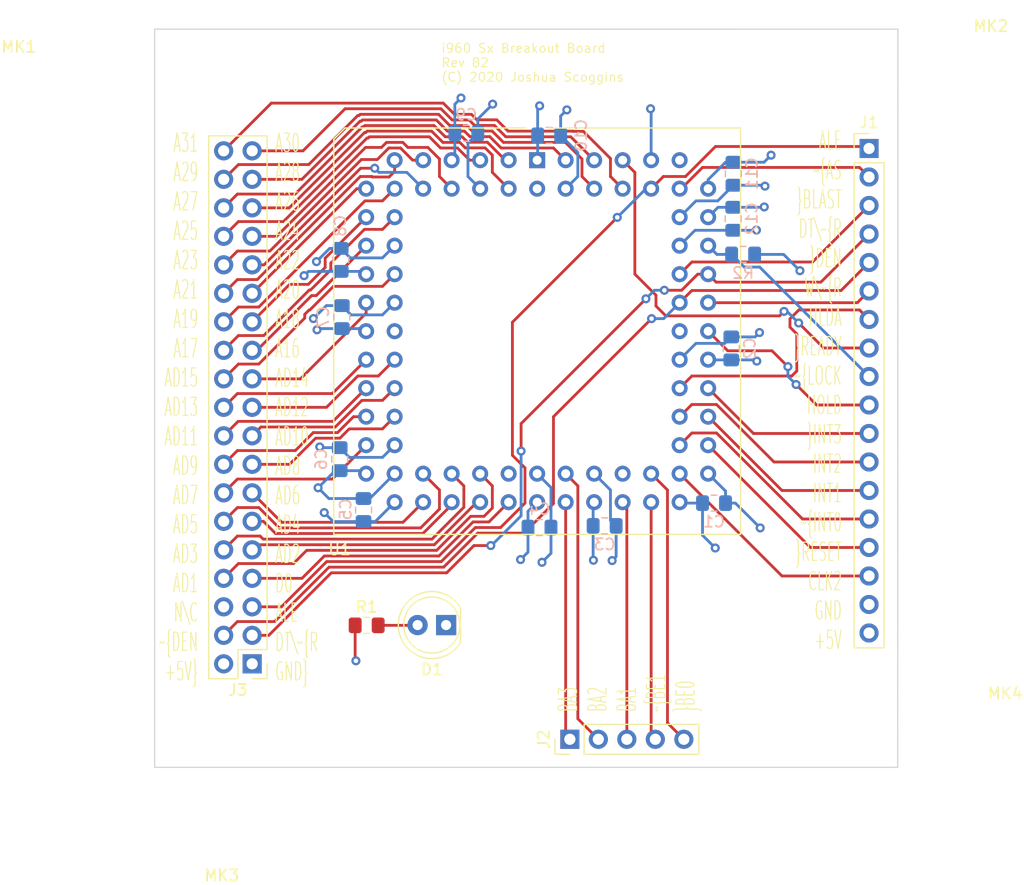
<source format=kicad_pcb>
(kicad_pcb (version 20171130) (host pcbnew 5.1.6)
  (title_block (rev 1))
  (layers (0 Front signal) (1 In1.Cu signal) (2 In2.Cu signal) (31 Back signal) (34 B.Paste user) (35 F.Paste user) (36 B.SilkS user) (37 F.SilkS user) (38 B.Mask user) (39 F.Mask user) (44 Edge.Cuts user))
  (net 0 "")
  (net 1 GND)
  (net 2 +5V)
  (net 3 /~AS)
  (net 4 /ALE)
  (net 5 /HLDA)
  (net 6 /~DEN)
  (net 7 /DT\~R)
  (net 8 /W\~R)
  (net 9 /~BLAST)
  (net 10 /BA3)
  (net 11 /BA2)
  (net 12 /BA1)
  (net 13 /INT2)
  (net 14 /INT1)
  (net 15 /~INT0)
  (net 16 /~RESET)
  (net 17 /CLK2)
  (net 18 /HOLD)
  (net 19 /~READY)
  (net 20 /~LOCK)
  (net 21 /~INT3)
  (net 22 /A31)
  (net 23 /A30)
  (net 24 /A29)
  (net 25 /A28)
  (net 26 /A27)
  (net 27 /A26)
  (net 28 /A25)
  (net 29 /A24)
  (net 30 /A23)
  (net 31 /A22)
  (net 32 /A21)
  (net 33 /A20)
  (net 34 /A19)
  (net 35 /A18)
  (net 36 /A17)
  (net 37 /A16)
  (net 38 /~BE1)
  (net 39 /D0)
  (net 40 /~BE0)
  (net 41 /AD2)
  (net 42 /AD4)
  (net 43 /AD6)
  (net 44 /AD1)
  (net 45 /AD3)
  (net 46 /AD5)
  (net 47 /AD7)
  (net 48 /AD9)
  (net 49 /AD11)
  (net 50 /AD13)
  (net 51 /AD14)
  (net 52 /AD8)
  (net 53 /AD10)
  (net 54 /AD12)
  (net 55 /AD15)
  (net 56 "Net-(D1-Pad2)")
  (net 57 "Net-(U1-Pad65)")
  (net 58 "Net-(U1-Pad50)")
  (net 59 "Net-(U1-Pad42)")
  (net 60 "Net-(U1-Pad23)")
  (net 61 "Net-(U1-Pad75)")
  (net 62 "Net-(J3-Pad6)")
  (module Connector_PinHeader_2.54mm:PinHeader_2x19_P2.54mm_Vertical (layer Front) (at -24.36114 42.73296 180)
    (fp_text reference J3 (at 1.27 -2.33) (layer F.SilkS))
    (fp_text value Conn_02x19_Counter_Clockwise)
    (pad 38 thru_hole oval (at 2.54 45.72 180) (size 1.7 1.7) (drill 1) (layers *.Cu *.Mask) (net 22 /A31))
    (pad 37 thru_hole oval (at 0 45.72 180) (size 1.7 1.7) (drill 1) (layers *.Cu *.Mask) (net 23 /A30))
    (pad 36 thru_hole oval (at 2.54 43.18 180) (size 1.7 1.7) (drill 1) (layers *.Cu *.Mask) (net 24 /A29))
    (pad 35 thru_hole oval (at 0 43.18 180) (size 1.7 1.7) (drill 1) (layers *.Cu *.Mask) (net 25 /A28))
    (pad 34 thru_hole oval (at 2.54 40.64 180) (size 1.7 1.7) (drill 1) (layers *.Cu *.Mask) (net 26 /A27))
    (pad 33 thru_hole oval (at 0 40.64 180) (size 1.7 1.7) (drill 1) (layers *.Cu *.Mask) (net 27 /A26))
    (pad 32 thru_hole oval (at 2.54 38.1 180) (size 1.7 1.7) (drill 1) (layers *.Cu *.Mask) (net 28 /A25))
    (pad 31 thru_hole oval (at 0 38.1 180) (size 1.7 1.7) (drill 1) (layers *.Cu *.Mask) (net 29 /A24))
    (pad 30 thru_hole oval (at 2.54 35.56 180) (size 1.7 1.7) (drill 1) (layers *.Cu *.Mask) (net 30 /A23))
    (pad 29 thru_hole oval (at 0 35.56 180) (size 1.7 1.7) (drill 1) (layers *.Cu *.Mask) (net 31 /A22))
    (pad 28 thru_hole oval (at 2.54 33.02 180) (size 1.7 1.7) (drill 1) (layers *.Cu *.Mask) (net 32 /A21))
    (pad 27 thru_hole oval (at 0 33.02 180) (size 1.7 1.7) (drill 1) (layers *.Cu *.Mask) (net 33 /A20))
    (pad 26 thru_hole oval (at 2.54 30.48 180) (size 1.7 1.7) (drill 1) (layers *.Cu *.Mask) (net 34 /A19))
    (pad 25 thru_hole oval (at 0 30.48 180) (size 1.7 1.7) (drill 1) (layers *.Cu *.Mask) (net 35 /A18))
    (pad 24 thru_hole oval (at 2.54 27.94 180) (size 1.7 1.7) (drill 1) (layers *.Cu *.Mask) (net 36 /A17))
    (pad 23 thru_hole oval (at 0 27.94 180) (size 1.7 1.7) (drill 1) (layers *.Cu *.Mask) (net 37 /A16))
    (pad 22 thru_hole oval (at 2.54 25.4 180) (size 1.7 1.7) (drill 1) (layers *.Cu *.Mask) (net 55 /AD15))
    (pad 21 thru_hole oval (at 0 25.4 180) (size 1.7 1.7) (drill 1) (layers *.Cu *.Mask) (net 51 /AD14))
    (pad 20 thru_hole oval (at 2.54 22.86 180) (size 1.7 1.7) (drill 1) (layers *.Cu *.Mask) (net 50 /AD13))
    (pad 19 thru_hole oval (at 0 22.86 180) (size 1.7 1.7) (drill 1) (layers *.Cu *.Mask) (net 54 /AD12))
    (pad 18 thru_hole oval (at 2.54 20.32 180) (size 1.7 1.7) (drill 1) (layers *.Cu *.Mask) (net 49 /AD11))
    (pad 17 thru_hole oval (at 0 20.32 180) (size 1.7 1.7) (drill 1) (layers *.Cu *.Mask) (net 53 /AD10))
    (pad 16 thru_hole oval (at 2.54 17.78 180) (size 1.7 1.7) (drill 1) (layers *.Cu *.Mask) (net 48 /AD9))
    (pad 15 thru_hole oval (at 0 17.78 180) (size 1.7 1.7) (drill 1) (layers *.Cu *.Mask) (net 52 /AD8))
    (pad 14 thru_hole oval (at 2.54 15.24 180) (size 1.7 1.7) (drill 1) (layers *.Cu *.Mask) (net 47 /AD7))
    (pad 13 thru_hole oval (at 0 15.24 180) (size 1.7 1.7) (drill 1) (layers *.Cu *.Mask) (net 43 /AD6))
    (pad 12 thru_hole oval (at 2.54 12.7 180) (size 1.7 1.7) (drill 1) (layers *.Cu *.Mask) (net 46 /AD5))
    (pad 11 thru_hole oval (at 0 12.7 180) (size 1.7 1.7) (drill 1) (layers *.Cu *.Mask) (net 42 /AD4))
    (pad 10 thru_hole oval (at 2.54 10.16 180) (size 1.7 1.7) (drill 1) (layers *.Cu *.Mask) (net 45 /AD3))
    (pad 9 thru_hole oval (at 0 10.16 180) (size 1.7 1.7) (drill 1) (layers *.Cu *.Mask) (net 41 /AD2))
    (pad 8 thru_hole oval (at 2.54 7.62 180) (size 1.7 1.7) (drill 1) (layers *.Cu *.Mask) (net 44 /AD1))
    (pad 7 thru_hole oval (at 0 7.62 180) (size 1.7 1.7) (drill 1) (layers *.Cu *.Mask) (net 39 /D0))
    (pad 6 thru_hole oval (at 2.54 5.08 180) (size 1.7 1.7) (drill 1) (layers *.Cu *.Mask) (net 62 "Net-(J3-Pad6)"))
    (pad 5 thru_hole oval (at 0 5.08 180) (size 1.7 1.7) (drill 1) (layers *.Cu *.Mask) (net 4 /ALE))
    (pad 4 thru_hole oval (at 2.54 2.54 180) (size 1.7 1.7) (drill 1) (layers *.Cu *.Mask) (net 6 /~DEN))
    (pad 3 thru_hole oval (at 0 2.54 180) (size 1.7 1.7) (drill 1) (layers *.Cu *.Mask) (net 7 /DT\~R))
    (pad 2 thru_hole oval (at 2.54 0 180) (size 1.7 1.7) (drill 1) (layers *.Cu *.Mask) (net 2 +5V))
    (pad 1 thru_hole rect (at 0 0 180) (size 1.7 1.7) (drill 1) (layers *.Cu *.Mask) (net 1 GND))
  )
  (module Connector_PinHeader_2.54mm:PinHeader_1x18_P2.54mm_Vertical (layer Front) (at 30.6197 -3.19532)
    (fp_text reference J1 (at 0 -2.33) (layer F.SilkS))
    (fp_text value Conn_01x18)
    (pad 18 thru_hole oval (at 0 43.18) (size 1.7 1.7) (drill 1) (layers *.Cu *.Mask) (net 2 +5V))
    (pad 17 thru_hole oval (at 0 40.64) (size 1.7 1.7) (drill 1) (layers *.Cu *.Mask) (net 1 GND))
    (pad 16 thru_hole oval (at 0 38.1) (size 1.7 1.7) (drill 1) (layers *.Cu *.Mask) (net 17 /CLK2))
    (pad 15 thru_hole oval (at 0 35.56) (size 1.7 1.7) (drill 1) (layers *.Cu *.Mask) (net 16 /~RESET))
    (pad 14 thru_hole oval (at 0 33.02) (size 1.7 1.7) (drill 1) (layers *.Cu *.Mask) (net 15 /~INT0))
    (pad 13 thru_hole oval (at 0 30.48) (size 1.7 1.7) (drill 1) (layers *.Cu *.Mask) (net 14 /INT1))
    (pad 12 thru_hole oval (at 0 27.94) (size 1.7 1.7) (drill 1) (layers *.Cu *.Mask) (net 13 /INT2))
    (pad 11 thru_hole oval (at 0 25.4) (size 1.7 1.7) (drill 1) (layers *.Cu *.Mask) (net 21 /~INT3))
    (pad 10 thru_hole oval (at 0 22.86) (size 1.7 1.7) (drill 1) (layers *.Cu *.Mask) (net 18 /HOLD))
    (pad 9 thru_hole oval (at 0 20.32) (size 1.7 1.7) (drill 1) (layers *.Cu *.Mask) (net 20 /~LOCK))
    (pad 8 thru_hole oval (at 0 17.78) (size 1.7 1.7) (drill 1) (layers *.Cu *.Mask) (net 19 /~READY))
    (pad 7 thru_hole oval (at 0 15.24) (size 1.7 1.7) (drill 1) (layers *.Cu *.Mask) (net 5 /HLDA))
    (pad 6 thru_hole oval (at 0 12.7) (size 1.7 1.7) (drill 1) (layers *.Cu *.Mask) (net 8 /W\~R))
    (pad 5 thru_hole oval (at 0 10.16) (size 1.7 1.7) (drill 1) (layers *.Cu *.Mask) (net 6 /~DEN))
    (pad 4 thru_hole oval (at 0 7.62) (size 1.7 1.7) (drill 1) (layers *.Cu *.Mask) (net 7 /DT\~R))
    (pad 3 thru_hole oval (at 0 5.08) (size 1.7 1.7) (drill 1) (layers *.Cu *.Mask) (net 9 /~BLAST))
    (pad 2 thru_hole oval (at 0 2.54) (size 1.7 1.7) (drill 1) (layers *.Cu *.Mask) (net 3 /~AS))
    (pad 1 thru_hole rect (at 0 0) (size 1.7 1.7) (drill 1) (layers *.Cu *.Mask) (net 4 /ALE))
  )
  (module Resistor_SMD:R_0805_2012Metric_Pad1.15x1.40mm_HandSolder (layer Front) (at -14.15542 39.30396)
    (fp_text reference R1 (at 0 -1.65) (layer F.SilkS))
    (fp_text value 560)
    (pad 1 smd roundrect (at -1.025 0) (size 1.15 1.4) (layers Front F.Paste F.Mask) (roundrect_rratio 0.217391) (net 2 +5V))
    (pad 2 smd roundrect (at 1.025 0) (size 1.15 1.4) (layers Front F.Paste F.Mask) (roundrect_rratio 0.217391) (net 56 "Net-(D1-Pad2)"))
  )
  (module LED_THT:LED_D5.0mm (layer Front) (at -7.07644 39.27856 180)
    (fp_text reference D1 (at 1.27 -3.96) (layer F.SilkS))
    (fp_text value LED)
    (pad 1 thru_hole rect (at 0 0 180) (size 1.8 1.8) (drill 0.9) (layers *.Cu *.Mask) (net 1 GND))
    (pad 2 thru_hole circle (at 2.54 0 180) (size 1.8 1.8) (drill 0.9) (layers *.Cu *.Mask) (net 56 "Net-(D1-Pad2)"))
  )
  (module Package_LCC:PLCC-84_THT-Socket (layer Front) (at 1.0391 -2.1521)
    (fp_text reference U1 (at -17.61006 34.68188) (layer F.SilkS))
    (fp_text value 80960Sx)
    (pad 72 thru_hole circle (at 15.24 5.08) (size 1.4224 1.4224) (drill 0.8) (layers *.Cu *.Mask) (net 1 GND))
    (pad 70 thru_hole circle (at 15.24 7.62) (size 1.4224 1.4224) (drill 0.8) (layers *.Cu *.Mask) (net 20 /~LOCK))
    (pad 68 thru_hole circle (at 15.24 10.16) (size 1.4224 1.4224) (drill 0.8) (layers *.Cu *.Mask) (net 7 /DT\~R))
    (pad 66 thru_hole circle (at 15.24 12.7) (size 1.4224 1.4224) (drill 0.8) (layers *.Cu *.Mask) (net 8 /W\~R))
    (pad 64 thru_hole circle (at 15.24 15.24) (size 1.4224 1.4224) (drill 0.8) (layers *.Cu *.Mask) (net 18 /HOLD))
    (pad 62 thru_hole circle (at 15.24 17.78) (size 1.4224 1.4224) (drill 0.8) (layers *.Cu *.Mask) (net 2 +5V))
    (pad 60 thru_hole circle (at 15.24 20.32) (size 1.4224 1.4224) (drill 0.8) (layers *.Cu *.Mask) (net 21 /~INT3))
    (pad 58 thru_hole circle (at 15.24 22.86) (size 1.4224 1.4224) (drill 0.8) (layers *.Cu *.Mask) (net 14 /INT1))
    (pad 56 thru_hole circle (at 15.24 25.4) (size 1.4224 1.4224) (drill 0.8) (layers *.Cu *.Mask) (net 16 /~RESET))
    (pad 54 thru_hole circle (at 15.24 27.94) (size 1.4224 1.4224) (drill 0.8) (layers *.Cu *.Mask) (net 1 GND))
    (pad 73 thru_hole circle (at 12.7 5.08) (size 1.4224 1.4224) (drill 0.8) (layers *.Cu *.Mask) (net 2 +5V))
    (pad 71 thru_hole circle (at 12.7 7.62) (size 1.4224 1.4224) (drill 0.8) (layers *.Cu *.Mask) (net 2 +5V))
    (pad 69 thru_hole circle (at 12.7 10.16) (size 1.4224 1.4224) (drill 0.8) (layers *.Cu *.Mask) (net 9 /~BLAST))
    (pad 67 thru_hole circle (at 12.7 12.7) (size 1.4224 1.4224) (drill 0.8) (layers *.Cu *.Mask) (net 6 /~DEN))
    (pad 65 thru_hole circle (at 12.7 15.24) (size 1.4224 1.4224) (drill 0.8) (layers *.Cu *.Mask) (net 57 "Net-(U1-Pad65)"))
    (pad 63 thru_hole circle (at 12.7 17.78) (size 1.4224 1.4224) (drill 0.8) (layers *.Cu *.Mask) (net 1 GND))
    (pad 61 thru_hole circle (at 12.7 20.32) (size 1.4224 1.4224) (drill 0.8) (layers *.Cu *.Mask) (net 5 /HLDA))
    (pad 59 thru_hole circle (at 12.7 22.86) (size 1.4224 1.4224) (drill 0.8) (layers *.Cu *.Mask) (net 13 /INT2))
    (pad 57 thru_hole circle (at 12.7 25.4) (size 1.4224 1.4224) (drill 0.8) (layers *.Cu *.Mask) (net 15 /~INT0))
    (pad 55 thru_hole circle (at 12.7 27.94) (size 1.4224 1.4224) (drill 0.8) (layers *.Cu *.Mask) (net 17 /CLK2))
    (pad 53 thru_hole circle (at 12.7 30.48) (size 1.4224 1.4224) (drill 0.8) (layers *.Cu *.Mask) (net 2 +5V))
    (pad 51 thru_hole circle (at 10.16 30.48) (size 1.4224 1.4224) (drill 0.8) (layers *.Cu *.Mask) (net 38 /~BE1))
    (pad 49 thru_hole circle (at 7.62 30.48) (size 1.4224 1.4224) (drill 0.8) (layers *.Cu *.Mask) (net 12 /BA1))
    (pad 47 thru_hole circle (at 5.08 30.48) (size 1.4224 1.4224) (drill 0.8) (layers *.Cu *.Mask) (net 2 +5V))
    (pad 45 thru_hole circle (at 2.54 30.48) (size 1.4224 1.4224) (drill 0.8) (layers *.Cu *.Mask) (net 10 /BA3))
    (pad 43 thru_hole circle (at 0 30.48) (size 1.4224 1.4224) (drill 0.8) (layers *.Cu *.Mask) (net 1 GND))
    (pad 41 thru_hole circle (at -2.54 30.48) (size 1.4224 1.4224) (drill 0.8) (layers *.Cu *.Mask) (net 39 /D0))
    (pad 39 thru_hole circle (at -5.08 30.48) (size 1.4224 1.4224) (drill 0.8) (layers *.Cu *.Mask) (net 41 /AD2))
    (pad 37 thru_hole circle (at -7.62 30.48) (size 1.4224 1.4224) (drill 0.8) (layers *.Cu *.Mask) (net 42 /AD4))
    (pad 35 thru_hole circle (at -10.16 30.48) (size 1.4224 1.4224) (drill 0.8) (layers *.Cu *.Mask) (net 43 /AD6))
    (pad 33 thru_hole circle (at -12.7 30.48) (size 1.4224 1.4224) (drill 0.8) (layers *.Cu *.Mask) (net 2 +5V))
    (pad 52 thru_hole circle (at 10.16 27.94) (size 1.4224 1.4224) (drill 0.8) (layers *.Cu *.Mask) (net 40 /~BE0))
    (pad 50 thru_hole circle (at 7.62 27.94) (size 1.4224 1.4224) (drill 0.8) (layers *.Cu *.Mask) (net 58 "Net-(U1-Pad50)"))
    (pad 48 thru_hole circle (at 5.08 27.94) (size 1.4224 1.4224) (drill 0.8) (layers *.Cu *.Mask) (net 1 GND))
    (pad 46 thru_hole circle (at 2.54 27.94) (size 1.4224 1.4224) (drill 0.8) (layers *.Cu *.Mask) (net 11 /BA2))
    (pad 44 thru_hole circle (at 0 27.94) (size 1.4224 1.4224) (drill 0.8) (layers *.Cu *.Mask) (net 2 +5V))
    (pad 42 thru_hole circle (at -2.54 27.94) (size 1.4224 1.4224) (drill 0.8) (layers *.Cu *.Mask) (net 59 "Net-(U1-Pad42)"))
    (pad 40 thru_hole circle (at -5.08 27.94) (size 1.4224 1.4224) (drill 0.8) (layers *.Cu *.Mask) (net 44 /AD1))
    (pad 38 thru_hole circle (at -7.62 27.94) (size 1.4224 1.4224) (drill 0.8) (layers *.Cu *.Mask) (net 45 /AD3))
    (pad 36 thru_hole circle (at -10.16 27.94) (size 1.4224 1.4224) (drill 0.8) (layers *.Cu *.Mask) (net 46 /AD5))
    (pad 34 thru_hole circle (at -12.7 27.94) (size 1.4224 1.4224) (drill 0.8) (layers *.Cu *.Mask) (net 1 GND))
    (pad 32 thru_hole circle (at -15.24 27.94) (size 1.4224 1.4224) (drill 0.8) (layers *.Cu *.Mask) (net 1 GND))
    (pad 30 thru_hole circle (at -15.24 25.4) (size 1.4224 1.4224) (drill 0.8) (layers *.Cu *.Mask) (net 47 /AD7))
    (pad 28 thru_hole circle (at -15.24 22.86) (size 1.4224 1.4224) (drill 0.8) (layers *.Cu *.Mask) (net 48 /AD9))
    (pad 26 thru_hole circle (at -15.24 20.32) (size 1.4224 1.4224) (drill 0.8) (layers *.Cu *.Mask) (net 49 /AD11))
    (pad 24 thru_hole circle (at -15.24 17.78) (size 1.4224 1.4224) (drill 0.8) (layers *.Cu *.Mask) (net 50 /AD13))
    (pad 22 thru_hole circle (at -15.24 15.24) (size 1.4224 1.4224) (drill 0.8) (layers *.Cu *.Mask) (net 1 GND))
    (pad 20 thru_hole circle (at -15.24 12.7) (size 1.4224 1.4224) (drill 0.8) (layers *.Cu *.Mask) (net 51 /AD14))
    (pad 18 thru_hole circle (at -15.24 10.16) (size 1.4224 1.4224) (drill 0.8) (layers *.Cu *.Mask) (net 1 GND))
    (pad 16 thru_hole circle (at -15.24 7.62) (size 1.4224 1.4224) (drill 0.8) (layers *.Cu *.Mask) (net 37 /A16))
    (pad 14 thru_hole circle (at -15.24 5.08) (size 1.4224 1.4224) (drill 0.8) (layers *.Cu *.Mask) (net 35 /A18))
    (pad 12 thru_hole circle (at -15.24 2.54) (size 1.4224 1.4224) (drill 0.8) (layers *.Cu *.Mask) (net 33 /A20))
    (pad 31 thru_hole circle (at -12.7 25.4) (size 1.4224 1.4224) (drill 0.8) (layers *.Cu *.Mask) (net 2 +5V))
    (pad 29 thru_hole circle (at -12.7 22.86) (size 1.4224 1.4224) (drill 0.8) (layers *.Cu *.Mask) (net 52 /AD8))
    (pad 27 thru_hole circle (at -12.7 20.32) (size 1.4224 1.4224) (drill 0.8) (layers *.Cu *.Mask) (net 53 /AD10))
    (pad 25 thru_hole circle (at -12.7 17.78) (size 1.4224 1.4224) (drill 0.8) (layers *.Cu *.Mask) (net 54 /AD12))
    (pad 23 thru_hole circle (at -12.7 15.24) (size 1.4224 1.4224) (drill 0.8) (layers *.Cu *.Mask) (net 60 "Net-(U1-Pad23)"))
    (pad 21 thru_hole circle (at -12.7 12.7) (size 1.4224 1.4224) (drill 0.8) (layers *.Cu *.Mask) (net 2 +5V))
    (pad 19 thru_hole circle (at -12.7 10.16) (size 1.4224 1.4224) (drill 0.8) (layers *.Cu *.Mask) (net 55 /AD15))
    (pad 17 thru_hole circle (at -12.7 7.62) (size 1.4224 1.4224) (drill 0.8) (layers *.Cu *.Mask) (net 2 +5V))
    (pad 15 thru_hole circle (at -12.7 5.08) (size 1.4224 1.4224) (drill 0.8) (layers *.Cu *.Mask) (net 36 /A17))
    (pad 13 thru_hole circle (at -12.7 2.54) (size 1.4224 1.4224) (drill 0.8) (layers *.Cu *.Mask) (net 34 /A19))
    (pad 75 thru_hole circle (at 12.7 0) (size 1.4224 1.4224) (drill 0.8) (layers *.Cu *.Mask) (net 61 "Net-(U1-Pad75)"))
    (pad 77 thru_hole circle (at 10.16 0) (size 1.4224 1.4224) (drill 0.8) (layers *.Cu *.Mask) (net 1 GND))
    (pad 79 thru_hole circle (at 7.62 0) (size 1.4224 1.4224) (drill 0.8) (layers *.Cu *.Mask) (net 19 /~READY))
    (pad 81 thru_hole circle (at 5.08 0) (size 1.4224 1.4224) (drill 0.8) (layers *.Cu *.Mask) (net 23 /A30))
    (pad 83 thru_hole circle (at 2.54 0) (size 1.4224 1.4224) (drill 0.8) (layers *.Cu *.Mask) (net 25 /A28))
    (pad 11 thru_hole circle (at -12.7 0) (size 1.4224 1.4224) (drill 0.8) (layers *.Cu *.Mask) (net 32 /A21))
    (pad 9 thru_hole circle (at -10.16 0) (size 1.4224 1.4224) (drill 0.8) (layers *.Cu *.Mask) (net 30 /A23))
    (pad 7 thru_hole circle (at -7.62 0) (size 1.4224 1.4224) (drill 0.8) (layers *.Cu *.Mask) (net 1 GND))
    (pad 5 thru_hole circle (at -5.08 0) (size 1.4224 1.4224) (drill 0.8) (layers *.Cu *.Mask) (net 28 /A25))
    (pad 3 thru_hole circle (at -2.54 0) (size 1.4224 1.4224) (drill 0.8) (layers *.Cu *.Mask) (net 26 /A27))
    (pad 1 thru_hole rect (at 0 0) (size 1.4224 1.4224) (drill 0.8) (layers *.Cu *.Mask) (net 2 +5V))
    (pad 74 thru_hole circle (at 15.24 2.54) (size 1.4224 1.4224) (drill 0.8) (layers *.Cu *.Mask) (net 1 GND))
    (pad 76 thru_hole circle (at 12.7 2.54) (size 1.4224 1.4224) (drill 0.8) (layers *.Cu *.Mask) (net 3 /~AS))
    (pad 78 thru_hole circle (at 10.16 2.54) (size 1.4224 1.4224) (drill 0.8) (layers *.Cu *.Mask) (net 4 /ALE))
    (pad 80 thru_hole circle (at 7.62 2.54) (size 1.4224 1.4224) (drill 0.8) (layers *.Cu *.Mask) (net 22 /A31))
    (pad 82 thru_hole circle (at 5.08 2.54) (size 1.4224 1.4224) (drill 0.8) (layers *.Cu *.Mask) (net 24 /A29))
    (pad 84 thru_hole circle (at 2.54 2.54) (size 1.4224 1.4224) (drill 0.8) (layers *.Cu *.Mask) (net 1 GND))
    (pad 10 thru_hole circle (at -10.16 2.54) (size 1.4224 1.4224) (drill 0.8) (layers *.Cu *.Mask) (net 31 /A22))
    (pad 8 thru_hole circle (at -7.62 2.54) (size 1.4224 1.4224) (drill 0.8) (layers *.Cu *.Mask) (net 29 /A24))
    (pad 6 thru_hole circle (at -5.08 2.54) (size 1.4224 1.4224) (drill 0.8) (layers *.Cu *.Mask) (net 2 +5V))
    (pad 4 thru_hole circle (at -2.54 2.54) (size 1.4224 1.4224) (drill 0.8) (layers *.Cu *.Mask) (net 27 /A26))
    (pad 2 thru_hole circle (at 0 2.54) (size 1.4224 1.4224) (drill 0.8) (layers *.Cu *.Mask))
  )
  (module Connector_PinHeader_2.54mm:PinHeader_1x05_P2.54mm_Vertical (layer Front) (at 3.95224 49.45888 90)
    (fp_text reference J2 (at 0 -2.33 90) (layer F.SilkS))
    (fp_text value Conn_01x05)
    (pad 5 thru_hole oval (at 0 10.16 90) (size 1.7 1.7) (drill 1) (layers *.Cu *.Mask) (net 40 /~BE0))
    (pad 4 thru_hole oval (at 0 7.62 90) (size 1.7 1.7) (drill 1) (layers *.Cu *.Mask) (net 38 /~BE1))
    (pad 3 thru_hole oval (at 0 5.08 90) (size 1.7 1.7) (drill 1) (layers *.Cu *.Mask) (net 12 /BA1))
    (pad 2 thru_hole oval (at 0 2.54 90) (size 1.7 1.7) (drill 1) (layers *.Cu *.Mask) (net 11 /BA2))
    (pad 1 thru_hole rect (at 0 0 90) (size 1.7 1.7) (drill 1) (layers *.Cu *.Mask) (net 10 /BA3))
  )
  (module MountingHole:MountingHole_3.2mm_M3 (layer Front) (at 29.44622 48.31588)
    (fp_text reference MK4 (at 13.3096 -2.94894) (layer F.SilkS))
    (fp_text value Mounting_Hole)
    (pad 1 np_thru_hole circle (at 0 0) (size 3.2 3.2) (drill 3.2) (layers *.Cu *.Mask))
  )
  (module MountingHole:MountingHole_3.2mm_M3 (layer Front) (at -29.39796 48.30572)
    (fp_text reference MK3 (at 2.33426 13.29182) (layer F.SilkS))
    (fp_text value Mounting_Hole)
    (pad 1 np_thru_hole circle (at 0 0) (size 3.2 3.2) (drill 3.2) (layers *.Cu *.Mask))
  )
  (module MountingHole:MountingHole_3.2mm_M3 (layer Front) (at 29.4767 -10.11428)
    (fp_text reference MK2 (at 12.00658 -3.98526) (layer F.SilkS))
    (fp_text value Mounting_Hole)
    (pad 1 np_thru_hole circle (at 0 0) (size 3.2 3.2) (drill 3.2) (layers *.Cu *.Mask))
  )
  (module MountingHole:MountingHole_3.2mm_M3 (layer Front) (at -29.28366 -9.99998)
    (fp_text reference MK1 (at -15.87754 -2.2606) (layer F.SilkS))
    (fp_text value Mounting_Hole)
    (pad 1 np_thru_hole circle (at 0 0) (size 3.2 3.2) (drill 3.2) (layers *.Cu *.Mask))
  )
  (module Resistor_SMD:R_0805_2012Metric_Pad1.15x1.40mm_HandSolder (layer Back) (at 19.39544 6.24586)
    (fp_text reference R2 (at 0 1.65) (layer B.SilkS) (effects (justify mirror)))
    (fp_text value 910)
    (pad 2 smd roundrect (at 1.025 0) (size 1.15 1.4) (layers Back B.Paste B.Mask) (roundrect_rratio 0.217391) (net 2 +5V))
    (pad 1 smd roundrect (at -1.025 0) (size 1.15 1.4) (layers Back B.Paste B.Mask) (roundrect_rratio 0.217391) (net 20 /~LOCK))
  )
  (module Capacitor_SMD:C_0805_2012Metric_Pad1.15x1.40mm_HandSolder (layer Back) (at 18.50898 3.07086 90)
    (fp_text reference C12 (at 0 1.65 90) (layer B.SilkS) (effects (justify mirror)))
    (fp_text value 0.1uF)
    (pad 2 smd roundrect (at 1.025 0 90) (size 1.15 1.4) (layers Back B.Paste B.Mask) (roundrect_rratio 0.217391) (net 1 GND))
    (pad 1 smd roundrect (at -1.025 0 90) (size 1.15 1.4) (layers Back B.Paste B.Mask) (roundrect_rratio 0.217391) (net 2 +5V))
  )
  (module Capacitor_SMD:C_0805_2012Metric_Pad1.15x1.40mm_HandSolder (layer Back) (at 18.52676 -0.94488 90)
    (fp_text reference C11 (at 0 1.65 90) (layer B.SilkS) (effects (justify mirror)))
    (fp_text value 0.1uF)
    (pad 2 smd roundrect (at 1.025 0 90) (size 1.15 1.4) (layers Back B.Paste B.Mask) (roundrect_rratio 0.217391) (net 1 GND))
    (pad 1 smd roundrect (at -1.025 0 90) (size 1.15 1.4) (layers Back B.Paste B.Mask) (roundrect_rratio 0.217391) (net 2 +5V))
  )
  (module Capacitor_SMD:C_0805_2012Metric_Pad1.15x1.40mm_HandSolder (layer Back) (at 2.1082 -4.36626)
    (fp_text reference C10 (at 2.85242 0.00254 -90) (layer B.SilkS) (effects (justify mirror)))
    (fp_text value 0.1uF)
    (pad 2 smd roundrect (at 1.025 0) (size 1.15 1.4) (layers Back B.Paste B.Mask) (roundrect_rratio 0.217391) (net 1 GND))
    (pad 1 smd roundrect (at -1.025 0) (size 1.15 1.4) (layers Back B.Paste B.Mask) (roundrect_rratio 0.217391) (net 2 +5V))
  )
  (module Capacitor_SMD:C_0805_2012Metric_Pad1.15x1.40mm_HandSolder (layer Back) (at -5.27304 -4.55168 180)
    (fp_text reference C9 (at 0 1.65) (layer B.SilkS) (effects (justify mirror)))
    (fp_text value 0.1uF)
    (pad 2 smd roundrect (at 1.025 0 180) (size 1.15 1.4) (layers Back B.Paste B.Mask) (roundrect_rratio 0.217391) (net 1 GND))
    (pad 1 smd roundrect (at -1.025 0 180) (size 1.15 1.4) (layers Back B.Paste B.Mask) (roundrect_rratio 0.217391) (net 2 +5V))
  )
  (module Capacitor_SMD:C_0805_2012Metric_Pad1.15x1.40mm_HandSolder (layer Back) (at -16.46428 6.73354 270)
    (fp_text reference C8 (at -3.03022 0.0381 270) (layer B.SilkS) (effects (justify mirror)))
    (fp_text value 0.1uF)
    (pad 2 smd roundrect (at 1.025 0 270) (size 1.15 1.4) (layers Back B.Paste B.Mask) (roundrect_rratio 0.217391) (net 1 GND))
    (pad 1 smd roundrect (at -1.025 0 270) (size 1.15 1.4) (layers Back B.Paste B.Mask) (roundrect_rratio 0.217391) (net 2 +5V))
  )
  (module Capacitor_SMD:C_0805_2012Metric_Pad1.15x1.40mm_HandSolder (layer Back) (at -16.3703 11.83132 270)
    (fp_text reference C7 (at 0 1.65 270) (layer B.SilkS) (effects (justify mirror)))
    (fp_text value 0.1uF)
    (pad 2 smd roundrect (at 1.025 0 270) (size 1.15 1.4) (layers Back B.Paste B.Mask) (roundrect_rratio 0.217391) (net 1 GND))
    (pad 1 smd roundrect (at -1.025 0 270) (size 1.15 1.4) (layers Back B.Paste B.Mask) (roundrect_rratio 0.217391) (net 2 +5V))
  )
  (module Capacitor_SMD:C_0805_2012Metric_Pad1.15x1.40mm_HandSolder (layer Back) (at -16.55826 24.49322 270)
    (fp_text reference C6 (at 0 1.65 90) (layer B.SilkS) (effects (justify mirror)))
    (fp_text value 0.1uF)
    (pad 2 smd roundrect (at 1.025 0 270) (size 1.15 1.4) (layers Back B.Paste B.Mask) (roundrect_rratio 0.217391) (net 1 GND))
    (pad 1 smd roundrect (at -1.025 0 270) (size 1.15 1.4) (layers Back B.Paste B.Mask) (roundrect_rratio 0.217391) (net 2 +5V))
  )
  (module Capacitor_SMD:C_0805_2012Metric_Pad1.15x1.40mm_HandSolder (layer Back) (at -14.43228 29.02712 90)
    (fp_text reference C5 (at 0.06096 -1.59512 90) (layer B.SilkS) (effects (justify mirror)))
    (fp_text value 0.1uF)
    (pad 2 smd roundrect (at 1.025 0 90) (size 1.15 1.4) (layers Back B.Paste B.Mask) (roundrect_rratio 0.217391) (net 1 GND))
    (pad 1 smd roundrect (at -1.025 0 90) (size 1.15 1.4) (layers Back B.Paste B.Mask) (roundrect_rratio 0.217391) (net 2 +5V))
  )
  (module Capacitor_SMD:C_0805_2012Metric_Pad1.15x1.40mm_HandSolder (layer Back) (at 1.24714 30.58922 180)
    (fp_text reference C4 (at 0 1.65) (layer B.SilkS) (effects (justify mirror)))
    (fp_text value 0.1uF)
    (pad 2 smd roundrect (at 1.025 0 180) (size 1.15 1.4) (layers Back B.Paste B.Mask) (roundrect_rratio 0.217391) (net 1 GND))
    (pad 1 smd roundrect (at -1.025 0 180) (size 1.15 1.4) (layers Back B.Paste B.Mask) (roundrect_rratio 0.217391) (net 2 +5V))
  )
  (module Capacitor_SMD:C_0805_2012Metric_Pad1.15x1.40mm_HandSolder (layer Back) (at 7.05358 30.43936)
    (fp_text reference C3 (at 0 1.65 180) (layer B.SilkS) (effects (justify mirror)))
    (fp_text value 0.1uF)
    (pad 2 smd roundrect (at 1.025 0) (size 1.15 1.4) (layers Back B.Paste B.Mask) (roundrect_rratio 0.217391) (net 1 GND))
    (pad 1 smd roundrect (at -1.025 0) (size 1.15 1.4) (layers Back B.Paste B.Mask) (roundrect_rratio 0.217391) (net 2 +5V))
  )
  (module Capacitor_SMD:C_0805_2012Metric_Pad1.15x1.40mm_HandSolder (layer Back) (at 18.34134 14.62278 90)
    (fp_text reference C2 (at 0 1.65 90) (layer B.SilkS) (effects (justify mirror)))
    (fp_text value 0.1uF)
    (pad 2 smd roundrect (at 1.025 0 90) (size 1.15 1.4) (layers Back B.Paste B.Mask) (roundrect_rratio 0.217391) (net 1 GND))
    (pad 1 smd roundrect (at -1.025 0 90) (size 1.15 1.4) (layers Back B.Paste B.Mask) (roundrect_rratio 0.217391) (net 2 +5V))
  )
  (module Capacitor_SMD:C_0805_2012Metric_Pad1.15x1.40mm_HandSolder (layer Back) (at 16.8021 28.4099)
    (fp_text reference C1 (at 0 1.65 180) (layer B.SilkS) (effects (justify mirror)))
    (fp_text value 0.1uF)
    (pad 2 smd roundrect (at 1.025 0) (size 1.15 1.4) (layers Back B.Paste B.Mask) (roundrect_rratio 0.217391) (net 1 GND))
    (pad 1 smd roundrect (at -1.025 0) (size 1.15 1.4) (layers Back B.Paste B.Mask) (roundrect_rratio 0.217391) (net 2 +5V))
  )
  (gr_text "i960 Sx Breakout Board\nRev 82\n(C) 2020 Joshua Scoggins" (at -7.565213 -10.84072) (layer F.SilkS) (effects (font (size 0.8 0.8) (thickness 0.1)) (justify left)))
  (gr_line (start 33.19272 -13.82776) (end 33.16986 51.95824) (layer Edge.Cuts) (width 0.1))
  (gr_line (start -33.05048 -13.8303) (end 33.19272 -13.82776) (layer Edge.Cuts) (width 0.1))
  (gr_line (start -33.05048 51.95824) (end -33.05048 -13.8303) (layer Edge.Cuts) (width 0.1))
  (gr_line (start 33.16986 51.95824) (end -33.05048 51.95824) (layer Edge.Cuts) (width 0.1))
  (gr_text "ALE\n~AS\n~BLAST\nDT\\~R\n~DEN\nW\\~R\nHLDA\n~READY\n~LOCK\nHOLD\n~INT3\nINT2\nINT1\n~INT0\n~RESET\nCLK2\nGND\n+5V" (at 28.26258 18.36928) (layer F.SilkS) (effects (font (size 1.6256 0.8) (thickness 0.1)) (justify right)))
  (gr_text "BA3\nBA2\nBA1\n~BE1\n~BE0" (at 9.03732 47.09668 90) (layer F.SilkS) (effects (font (size 1.6256 0.8) (thickness 0.1)) (justify left)))
  (gr_text "A31\nA29\nA27\nA25\nA23\nA21\nA19\nA17\nAD15\nAD13\nAD11\nAD9\nAD7\nAD5\nAD3\nAD1\nN\\C\n~DEN\n+5V" (at -29.11602 19.85264) (layer F.SilkS) (effects (font (size 1.6256 0.8) (thickness 0.1)) (justify right)))
  (gr_text "A30\nA28\nA26\nA24\nA22\nA20\nA18\nA16\nAD14\nAD12\nAD10\nAD8\nAD6\nAD4\nAD2\nD0\nALE\nDT\\~R\nGND" (at -22.37994 19.87296) (layer F.SilkS) (effects (font (size 1.6256 0.8) (thickness 0.1)) (justify left)))
  (segment (start 15.192899 14.174101) (end 13.7391 15.6279) (width 0.25) (layer Back) (net 1))
  (segment (start 17.765019 14.174101) (end 15.192899 14.174101) (width 0.25) (layer Back) (net 1))
  (segment (start 18.34134 13.59778) (end 17.765019 14.174101) (width 0.25) (layer Back) (net 1))
  (segment (start 17.16114 2.04586) (end 16.2791 2.9279) (width 0.25) (layer Back) (net 1))
  (segment (start 18.50898 2.04586) (end 17.16114 2.04586) (width 0.25) (layer Back) (net 1))
  (segment (start 16.2791 -0.42222) (end 16.2791 0.3879) (width 0.25) (layer Back) (net 1))
  (segment (start 17.82676 -1.96988) (end 16.2791 -0.42222) (width 0.25) (layer Back) (net 1))
  (segment (start 18.52676 -1.96988) (end 17.82676 -1.96988) (width 0.25) (layer Back) (net 1))
  (via (at 11.14806 -6.73862) (size 0.8) (drill 0.4) (layers Front Back) (net 1))
  (segment (start 11.1991 -2.1521) (end 11.1991 -6.68758) (width 0.25) (layer Back) (net 1))
  (segment (start 11.1991 -6.68758) (end 11.14806 -6.73862) (width 0.25) (layer Back) (net 1))
  (segment (start 7.572899 29.933679) (end 7.572899 27.241699) (width 0.25) (layer Back) (net 1))
  (segment (start 7.572899 27.241699) (end 6.1191 25.7879) (width 0.25) (layer Back) (net 1))
  (segment (start 8.07858 30.43936) (end 7.572899 29.933679) (width 0.25) (layer Back) (net 1))
  (segment (start 17.8271 27.3359) (end 16.2791 25.7879) (width 0.25) (layer Back) (net 1))
  (segment (start 17.8271 28.4099) (end 17.8271 27.3359) (width 0.25) (layer Back) (net 1))
  (segment (start 0.22214 29.14486) (end 1.0391 28.3279) (width 0.25) (layer Back) (net 1))
  (segment (start 0.22214 30.58922) (end 0.22214 29.14486) (width 0.25) (layer Back) (net 1))
  (segment (start -13.87512 28.00212) (end -11.6609 25.7879) (width 0.25) (layer Back) (net 1))
  (segment (start -14.43228 28.00212) (end -13.87512 28.00212) (width 0.25) (layer Back) (net 1))
  (segment (start -14.47058 25.51822) (end -14.2009 25.7879) (width 0.25) (layer Back) (net 1))
  (segment (start -16.55826 25.51822) (end -14.47058 25.51822) (width 0.25) (layer Back) (net 1))
  (segment (start -14.43248 12.85632) (end -14.2009 13.0879) (width 0.25) (layer Back) (net 1))
  (segment (start -16.3703 12.85632) (end -14.43248 12.85632) (width 0.25) (layer Back) (net 1))
  (segment (start -14.45026 7.75854) (end -14.2009 8.0079) (width 0.25) (layer Back) (net 1))
  (segment (start -16.46428 7.75854) (end -14.45026 7.75854) (width 0.25) (layer Back) (net 1))
  (segment (start -6.29804 -2.43496) (end -6.5809 -2.1521) (width 0.25) (layer Back) (net 1))
  (segment (start -6.29804 -4.55168) (end -6.29804 -2.43496) (width 0.25) (layer Back) (net 1))
  (segment (start 4.665301 -0.698301) (end 3.5791 0.3879) (width 0.25) (layer Back) (net 1))
  (segment (start 4.665301 -2.834159) (end 4.665301 -0.698301) (width 0.25) (layer Back) (net 1))
  (segment (start 3.1332 -4.36626) (end 4.665301 -2.834159) (width 0.25) (layer Back) (net 1))
  (via (at -5.74802 -7.69366) (size 0.8) (drill 0.4) (layers Front Back) (net 1))
  (segment (start -6.29804 -7.14364) (end -5.74802 -7.69366) (width 0.25) (layer Back) (net 1))
  (segment (start -6.29804 -4.55168) (end -6.29804 -7.14364) (width 0.25) (layer Back) (net 1))
  (via (at -19.73326 8.1407) (size 0.8) (drill 0.4) (layers Front Back) (net 1))
  (segment (start -16.46428 7.75854) (end -19.3511 7.75854) (width 0.25) (layer Back) (net 1))
  (segment (start -19.3511 7.75854) (end -19.73326 8.1407) (width 0.25) (layer Back) (net 1))
  (via (at -18.5801 12.96416) (size 0.8) (drill 0.4) (layers Front Back) (net 1))
  (segment (start -16.3703 12.85632) (end -18.47226 12.85632) (width 0.25) (layer Back) (net 1))
  (segment (start -18.47226 12.85632) (end -18.5801 12.96416) (width 0.25) (layer Back) (net 1))
  (segment (start 0.22214 30.58922) (end 0.22214 32.78008) (width 0.25) (layer Back) (net 1))
  (via (at -0.43942 33.44164) (size 0.8) (drill 0.4) (layers Front Back) (net 1))
  (segment (start 0.22214 32.78008) (end -0.43942 33.44164) (width 0.25) (layer Back) (net 1))
  (segment (start 8.07858 30.43936) (end 8.07858 33.1761) (width 0.25) (layer Back) (net 1))
  (via (at 7.7216 33.53308) (size 0.8) (drill 0.4) (layers Front Back) (net 1))
  (segment (start 8.07858 33.1761) (end 7.7216 33.53308) (width 0.25) (layer Back) (net 1))
  (segment (start 17.8271 28.4099) (end 18.7071 28.4099) (width 0.25) (layer Back) (net 1))
  (via (at 20.9169 30.6197) (size 0.8) (drill 0.4) (layers Front Back) (net 1))
  (segment (start 18.7071 28.4099) (end 20.9169 30.6197) (width 0.25) (layer Back) (net 1))
  (via (at 20.85594 13.208) (size 0.8) (drill 0.4) (layers Front Back) (net 1))
  (segment (start 18.34134 13.59778) (end 20.46616 13.59778) (width 0.25) (layer Back) (net 1))
  (segment (start 20.46616 13.59778) (end 20.85594 13.208) (width 0.25) (layer Back) (net 1))
  (segment (start 18.50898 2.04586) (end 21.24848 2.04586) (width 0.25) (layer Back) (net 1))
  (via (at 21.28012 2.01422) (size 0.8) (drill 0.4) (layers Front Back) (net 1))
  (segment (start 21.24848 2.04586) (end 21.28012 2.01422) (width 0.25) (layer Back) (net 1))
  (segment (start 21.25864 -1.96988) (end 21.88718 -2.59842) (width 0.25) (layer Back) (net 1))
  (segment (start 18.52676 -1.96988) (end 21.25864 -1.96988) (width 0.25) (layer Back) (net 1))
  (via (at 21.88718 -2.59842) (size 0.8) (drill 0.4) (layers Front Back) (net 1))
  (segment (start -16.55826 25.51822) (end -16.95825 25.51822) (width 0.25) (layer Back) (net 1))
  (via (at -18.482999 27.042969) (size 0.8) (drill 0.4) (layers Front Back) (net 1))
  (segment (start -16.95825 25.51822) (end -18.482999 27.042969) (width 0.25) (layer Back) (net 1))
  (segment (start -17.523848 28.00212) (end -18.482999 27.042969) (width 0.25) (layer Back) (net 1))
  (segment (start -14.43228 28.00212) (end -17.523848 28.00212) (width 0.25) (layer Back) (net 1))
  (via (at 3.685669 -6.637178) (size 0.8) (drill 0.4) (layers Front Back) (net 1))
  (segment (start 3.1332 -4.36626) (end 3.1332 -6.084709) (width 0.25) (layer Back) (net 1))
  (segment (start 3.1332 -6.084709) (end 3.685669 -6.637178) (width 0.25) (layer Back) (net 1))
  (segment (start 16.29898 15.64778) (end 16.2791 15.6279) (width 0.25) (layer Back) (net 2))
  (segment (start 18.34134 15.64778) (end 16.29898 15.64778) (width 0.25) (layer Back) (net 2))
  (segment (start 15.11114 4.09586) (end 13.7391 5.4679) (width 0.25) (layer Back) (net 2))
  (segment (start 18.50898 4.09586) (end 15.11114 4.09586) (width 0.25) (layer Back) (net 2))
  (segment (start 15.192899 1.474101) (end 13.7391 2.9279) (width 0.25) (layer Back) (net 2))
  (segment (start 17.132779 1.474101) (end 15.192899 1.474101) (width 0.25) (layer Back) (net 2))
  (segment (start 18.52676 0.08012) (end 17.132779 1.474101) (width 0.25) (layer Back) (net 2))
  (segment (start 6.02858 28.41842) (end 6.1191 28.3279) (width 0.25) (layer Back) (net 2))
  (segment (start 6.02858 30.43936) (end 6.02858 28.41842) (width 0.25) (layer Back) (net 2))
  (segment (start 13.8211 28.4099) (end 13.7391 28.3279) (width 0.25) (layer Back) (net 2))
  (segment (start 15.7771 28.4099) (end 13.8211 28.4099) (width 0.25) (layer Back) (net 2))
  (segment (start 2.27214 27.02094) (end 1.0391 25.7879) (width 0.25) (layer Back) (net 2))
  (segment (start 2.27214 30.58922) (end 2.27214 27.02094) (width 0.25) (layer Back) (net 2))
  (segment (start -13.38512 30.05212) (end -11.6609 28.3279) (width 0.25) (layer Back) (net 2))
  (segment (start -14.43228 30.05212) (end -13.38512 30.05212) (width 0.25) (layer Back) (net 2))
  (segment (start -12.747101 24.334101) (end -11.6609 23.2479) (width 0.25) (layer Back) (net 2))
  (segment (start -15.692379 24.334101) (end -12.747101 24.334101) (width 0.25) (layer Back) (net 2))
  (segment (start -16.55826 23.46822) (end -15.692379 24.334101) (width 0.25) (layer Back) (net 2))
  (segment (start 20.42044 6.24586) (end 23.007056 6.24586) (width 0.25) (layer Back) (net 2))
  (segment (start 23.007056 6.24586) (end 24.457905 7.696709) (width 0.25) (layer Back) (net 2))
  (via (at 24.457905 7.696709) (size 0.8) (drill 0.4) (layers Front Back) (net 2))
  (segment (start -15.542519 11.634101) (end -12.747101 11.634101) (width 0.25) (layer Back) (net 2))
  (segment (start -12.747101 11.634101) (end -11.6609 10.5479) (width 0.25) (layer Back) (net 2))
  (segment (start -16.3703 10.80632) (end -15.542519 11.634101) (width 0.25) (layer Back) (net 2))
  (segment (start -12.747101 6.554101) (end -11.6609 5.4679) (width 0.25) (layer Back) (net 2))
  (segment (start -15.618719 6.554101) (end -12.747101 6.554101) (width 0.25) (layer Back) (net 2))
  (segment (start -16.46428 5.70854) (end -15.618719 6.554101) (width 0.25) (layer Back) (net 2))
  (segment (start -5.127101 -0.698301) (end -4.0409 0.3879) (width 0.25) (layer Back) (net 2))
  (segment (start -5.127101 -3.672619) (end -5.127101 -0.698301) (width 0.25) (layer Back) (net 2))
  (segment (start -4.24804 -4.55168) (end -5.127101 -3.672619) (width 0.25) (layer Back) (net 2))
  (segment (start 1.0832 -2.1962) (end 1.0391 -2.1521) (width 0.25) (layer Back) (net 2))
  (segment (start 1.0832 -4.36626) (end 1.0832 -2.1962) (width 0.25) (layer Back) (net 2))
  (segment (start 1.0832 -4.36626) (end 1.0832 -6.88202) (width 0.25) (layer Back) (net 2))
  (segment (start 1.0832 -6.88202) (end 1.19888 -6.9977) (width 0.25) (layer Back) (net 2))
  (via (at -2.92608 -7.14756) (size 0.8) (drill 0.4) (layers Front Back) (net 2))
  (segment (start -4.24804 -5.8256) (end -2.92608 -7.14756) (width 0.25) (layer Back) (net 2))
  (segment (start -4.24804 -4.55168) (end -4.24804 -5.8256) (width 0.25) (layer Back) (net 2))
  (via (at 1.25984 -6.9977) (size 0.8) (drill 0.4) (layers Front Back) (net 2))
  (segment (start 1.19888 -6.9977) (end 1.25984 -6.9977) (width 0.25) (layer Back) (net 2))
  (via (at -18.901588 11.964575) (size 0.8) (drill 0.4) (layers Front Back) (net 2))
  (segment (start -17.743333 10.80632) (end -18.901588 11.964575) (width 0.25) (layer Back) (net 2))
  (segment (start -16.3703 10.80632) (end -17.743333 10.80632) (width 0.25) (layer Back) (net 2))
  (via (at -18.33626 23.40102) (size 0.8) (drill 0.4) (layers Front Back) (net 2))
  (segment (start -16.55826 23.46822) (end -18.26906 23.46822) (width 0.25) (layer Back) (net 2))
  (segment (start -18.26906 23.46822) (end -18.33626 23.40102) (width 0.25) (layer Back) (net 2))
  (segment (start 2.27214 30.58922) (end 2.27214 32.88146) (width 0.25) (layer Back) (net 2))
  (via (at 1.47066 33.68294) (size 0.8) (drill 0.4) (layers Front Back) (net 2))
  (segment (start 2.27214 32.88146) (end 1.47066 33.68294) (width 0.25) (layer Back) (net 2))
  (via (at 6.05282 33.5026) (size 0.8) (drill 0.4) (layers Front Back) (net 2))
  (segment (start 6.02858 30.43936) (end 6.02858 33.47836) (width 0.25) (layer Back) (net 2))
  (segment (start 6.02858 33.47836) (end 6.05282 33.5026) (width 0.25) (layer Back) (net 2))
  (via (at 16.91386 32.4104) (size 0.8) (drill 0.4) (layers Front Back) (net 2))
  (segment (start 15.7771 28.4099) (end 15.7771 31.27364) (width 0.25) (layer Back) (net 2))
  (segment (start 15.7771 31.27364) (end 16.91386 32.4104) (width 0.25) (layer Back) (net 2))
  (via (at 20.61464 15.75562) (size 0.8) (drill 0.4) (layers Front Back) (net 2))
  (segment (start 18.34134 15.64778) (end 20.5068 15.64778) (width 0.25) (layer Back) (net 2))
  (segment (start 20.5068 15.64778) (end 20.61464 15.75562) (width 0.25) (layer Back) (net 2))
  (via (at 20.58416 4.0767) (size 0.8) (drill 0.4) (layers Front Back) (net 2))
  (segment (start 18.50898 4.09586) (end 20.565 4.09586) (width 0.25) (layer Back) (net 2))
  (segment (start 20.565 4.09586) (end 20.58416 4.0767) (width 0.25) (layer Back) (net 2))
  (via (at 21.34108 0.16256) (size 0.8) (drill 0.4) (layers Front Back) (net 2))
  (segment (start 18.52676 0.08012) (end 21.25864 0.08012) (width 0.25) (layer Back) (net 2))
  (segment (start 21.25864 0.08012) (end 21.34108 0.16256) (width 0.25) (layer Back) (net 2))
  (via (at -17.935373 29.25795) (size 0.8) (drill 0.4) (layers Front Back) (net 2))
  (segment (start -14.43228 30.05212) (end -17.141203 30.05212) (width 0.25) (layer Back) (net 2))
  (segment (start -17.141203 30.05212) (end -17.935373 29.25795) (width 0.25) (layer Back) (net 2))
  (segment (start -16.46428 5.70854) (end -17.447687 5.70854) (width 0.25) (layer Back) (net 2))
  (segment (start -17.447687 5.70854) (end -18.627399 6.888252) (width 0.25) (layer Back) (net 2))
  (via (at -18.627399 6.888252) (size 0.8) (drill 0.4) (layers Front Back) (net 2))
  (via (at -15.11554 42.46372) (size 0.8) (drill 0.4) (layers Front Back) (net 2))
  (segment (start -15.18042 39.30396) (end -15.18042 42.39884) (width 0.25) (layer Front) (net 2))
  (segment (start -15.18042 42.39884) (end -15.11554 42.46372) (width 0.25) (layer Front) (net 2))
  (segment (start 13.881398 0.3879) (end 15.774617 -1.505319) (width 0.25) (layer Front) (net 3))
  (segment (start 29.769701 -1.505319) (end 30.6197 -0.65532) (width 0.25) (layer Front) (net 3))
  (segment (start 13.7391 0.3879) (end 13.881398 0.3879) (width 0.25) (layer Front) (net 3))
  (segment (start 15.774617 -1.505319) (end 29.769701 -1.505319) (width 0.25) (layer Front) (net 3))
  (segment (start 16.935597 -3.373421) (end 30.441599 -3.373421) (width 0.25) (layer Front) (net 4))
  (segment (start 14.260477 -0.698301) (end 16.935597 -3.373421) (width 0.25) (layer Front) (net 4))
  (segment (start 30.441599 -3.373421) (end 30.6197 -3.19532) (width 0.25) (layer Front) (net 4))
  (segment (start 11.1991 0.3879) (end 12.285301 -0.698301) (width 0.25) (layer Front) (net 4))
  (segment (start 12.285301 -0.698301) (end 14.260477 -0.698301) (width 0.25) (layer Front) (net 4))
  (via (at 8.1788 2.94386) (size 0.8) (drill 0.4) (layers Front Back) (net 4))
  (segment (start 10.73476 0.3879) (end 11.1991 0.3879) (width 0.25) (layer Back) (net 4))
  (segment (start 8.1788 2.94386) (end 10.73476 0.3879) (width 0.25) (layer Back) (net 4))
  (segment (start -4.470603 30.587419) (end -2.220163 30.587419) (width 0.25) (layer Front) (net 4))
  (segment (start -1.166162 24.146402) (end -1.166162 12.288822) (width 0.25) (layer Front) (net 4))
  (segment (start -0.047101 28.414357) (end -0.047101 25.265463) (width 0.25) (layer Front) (net 4))
  (segment (start -2.220163 30.587419) (end -0.047101 28.414357) (width 0.25) (layer Front) (net 4))
  (segment (start -0.047101 25.265463) (end -1.166162 24.146402) (width 0.25) (layer Front) (net 4))
  (segment (start -21.749484 37.65296) (end -17.716702 33.620178) (width 0.25) (layer Front) (net 4))
  (segment (start -1.166162 12.288822) (end 8.1788 2.94386) (width 0.25) (layer Front) (net 4))
  (segment (start -7.503362 33.620178) (end -4.470603 30.587419) (width 0.25) (layer Front) (net 4))
  (segment (start -17.716702 33.620178) (end -7.503362 33.620178) (width 0.25) (layer Front) (net 4))
  (segment (start -24.36114 37.65296) (end -21.749484 37.65296) (width 0.25) (layer Front) (net 4))
  (segment (start 14.825301 17.081699) (end 23.729559 17.081699) (width 0.25) (layer Front) (net 5))
  (segment (start 23.570898 12.729102) (end 23.570898 11.985098) (width 0.25) (layer Front) (net 5))
  (segment (start 24.361315 11.194681) (end 29.769701 11.194681) (width 0.25) (layer Front) (net 5))
  (segment (start 24.177098 16.63416) (end 24.177098 13.335302) (width 0.25) (layer Front) (net 5))
  (segment (start 13.7391 18.1679) (end 14.825301 17.081699) (width 0.25) (layer Front) (net 5))
  (segment (start 23.729559 17.081699) (end 24.177098 16.63416) (width 0.25) (layer Front) (net 5))
  (segment (start 24.177098 13.335302) (end 23.570898 12.729102) (width 0.25) (layer Front) (net 5))
  (segment (start 29.769701 11.194681) (end 30.6197 12.04468) (width 0.25) (layer Front) (net 5))
  (segment (start 23.570898 11.985098) (end 24.361315 11.194681) (width 0.25) (layer Front) (net 5))
  (segment (start 14.825301 9.461699) (end 28.122681 9.461699) (width 0.25) (layer Front) (net 6))
  (segment (start 28.122681 9.461699) (end 30.6197 6.96468) (width 0.25) (layer Front) (net 6))
  (segment (start 13.7391 10.5479) (end 14.825301 9.461699) (width 0.25) (layer Front) (net 6))
  (via (at 11.23696 11.96848) (size 0.8) (drill 0.4) (layers Front Back) (net 6))
  (segment (start 12.31852 11.96848) (end 13.7391 10.5479) (width 0.25) (layer Back) (net 6))
  (segment (start 11.23696 11.96848) (end 12.31852 11.96848) (width 0.25) (layer Back) (net 6))
  (segment (start -7.296251 34.120189) (end -4.263492 31.08743) (width 0.25) (layer Front) (net 6))
  (segment (start -25.676139 38.967959) (end -22.357361 38.967959) (width 0.25) (layer Front) (net 6))
  (segment (start 2.492899 28.450919) (end 2.492899 20.712541) (width 0.25) (layer Front) (net 6))
  (segment (start -4.263492 31.08743) (end -0.143612 31.08743) (width 0.25) (layer Front) (net 6))
  (segment (start -22.357361 38.967959) (end -17.509591 34.120189) (width 0.25) (layer Front) (net 6))
  (segment (start -17.509591 34.120189) (end -7.296251 34.120189) (width 0.25) (layer Front) (net 6))
  (segment (start 2.492899 20.712541) (end 11.23696 11.96848) (width 0.25) (layer Front) (net 6))
  (segment (start -26.90114 40.19296) (end -25.676139 38.967959) (width 0.25) (layer Front) (net 6))
  (segment (start -0.143612 31.08743) (end 2.492899 28.450919) (width 0.25) (layer Front) (net 6))
  (segment (start 26.325281 8.719099) (end 30.6197 4.42468) (width 0.25) (layer Front) (net 7))
  (segment (start 16.990299 8.719099) (end 26.325281 8.719099) (width 0.25) (layer Front) (net 7))
  (segment (start 16.2791 8.0079) (end 16.990299 8.719099) (width 0.25) (layer Front) (net 7))
  (segment (start -24.36114 40.19296) (end -22.87524 40.19296) (width 0.25) (layer Front) (net 7))
  (segment (start -22.87524 40.19296) (end -17.30248 34.6202) (width 0.25) (layer Front) (net 7))
  (segment (start -17.30248 34.6202) (end -7.089139 34.620197) (width 0.25) (layer Front) (net 7))
  (via (at 12.37488 9.44118) (size 0.8) (drill 0.4) (layers Front Back) (net 7))
  (segment (start 13.913398 9.44118) (end 12.37488 9.44118) (width 0.25) (layer Front) (net 7))
  (segment (start 16.2791 8.0079) (end 15.346678 8.0079) (width 0.25) (layer Front) (net 7))
  (segment (start 15.346678 8.0079) (end 13.913398 9.44118) (width 0.25) (layer Front) (net 7))
  (segment (start 12.37488 9.44118) (end 11.49096 9.44118) (width 0.25) (layer Back) (net 7))
  (via (at 10.7315 10.20064) (size 0.8) (drill 0.4) (layers Front Back) (net 7))
  (segment (start 11.49096 9.44118) (end 10.7315 10.20064) (width 0.25) (layer Back) (net 7))
  (via (at -0.39116 23.7744) (size 0.8) (drill 0.4) (layers Front Back) (net 7))
  (segment (start -0.39116 21.3233) (end -0.39116 23.7744) (width 0.25) (layer Front) (net 7))
  (segment (start 10.7315 10.20064) (end -0.39116 21.3233) (width 0.25) (layer Front) (net 7))
  (via (at -3.09626 32.1945) (size 0.8) (drill 0.4) (layers Front Back) (net 7))
  (segment (start -3.04204 32.1945) (end -3.09626 32.1945) (width 0.25) (layer Back) (net 7))
  (segment (start -0.39116 23.7744) (end -0.39116 29.54362) (width 0.25) (layer Back) (net 7))
  (segment (start -0.39116 29.54362) (end -3.04204 32.1945) (width 0.25) (layer Back) (net 7))
  (segment (start -7.022887 34.620197) (end -7.089139 34.620197) (width 0.25) (layer Front) (net 7))
  (segment (start -4.59719 32.1945) (end -7.022887 34.620197) (width 0.25) (layer Front) (net 7))
  (segment (start -3.09626 32.1945) (end -4.59719 32.1945) (width 0.25) (layer Front) (net 7))
  (segment (start 29.57648 10.5479) (end 30.6197 9.50468) (width 0.25) (layer Front) (net 8))
  (segment (start 16.2791 10.5479) (end 29.57648 10.5479) (width 0.25) (layer Front) (net 8))
  (segment (start 13.7391 8.0079) (end 14.825301 6.921699) (width 0.25) (layer Front) (net 9))
  (segment (start 25.582681 6.921699) (end 30.6197 1.88468) (width 0.25) (layer Front) (net 9))
  (segment (start 14.825301 6.921699) (end 25.582681 6.921699) (width 0.25) (layer Front) (net 9))
  (segment (start 3.5791 28.3279) (end 3.5791 49.08574) (width 0.25) (layer Front) (net 10))
  (segment (start 3.5791 49.08574) (end 3.95224 49.45888) (width 0.25) (layer Front) (net 10))
  (segment (start 6.49224 49.45888) (end 4.665301 47.631941) (width 0.25) (layer Front) (net 11))
  (segment (start 4.665301 47.631941) (end 4.665301 26.874101) (width 0.25) (layer Front) (net 11))
  (segment (start 4.665301 26.874101) (end 3.5791 25.7879) (width 0.25) (layer Front) (net 11))
  (segment (start 9.03224 49.45888) (end 9.03224 28.70104) (width 0.25) (layer Front) (net 12))
  (segment (start 9.03224 28.70104) (end 8.6591 28.3279) (width 0.25) (layer Front) (net 12))
  (segment (start 14.825301 19.621699) (end 17.025777 19.621699) (width 0.25) (layer Front) (net 13))
  (segment (start 22.148758 24.74468) (end 30.6197 24.74468) (width 0.25) (layer Front) (net 13))
  (segment (start 17.025777 19.621699) (end 22.148758 24.74468) (width 0.25) (layer Front) (net 13))
  (segment (start 13.7391 20.7079) (end 14.825301 19.621699) (width 0.25) (layer Front) (net 13))
  (segment (start 22.85588 27.28468) (end 16.2791 20.7079) (width 0.25) (layer Front) (net 14))
  (segment (start 30.6197 27.28468) (end 22.85588 27.28468) (width 0.25) (layer Front) (net 14))
  (segment (start 13.7391 23.2479) (end 14.825301 22.161699) (width 0.25) (layer Front) (net 15))
  (segment (start 14.825301 22.161699) (end 17.025777 22.161699) (width 0.25) (layer Front) (net 15))
  (segment (start 24.688758 29.82468) (end 30.6197 29.82468) (width 0.25) (layer Front) (net 15))
  (segment (start 17.025777 22.161699) (end 24.688758 29.82468) (width 0.25) (layer Front) (net 15))
  (segment (start 25.39588 32.36468) (end 16.2791 23.2479) (width 0.25) (layer Front) (net 16))
  (segment (start 30.6197 32.36468) (end 25.39588 32.36468) (width 0.25) (layer Front) (net 16))
  (segment (start 22.85588 34.90468) (end 30.6197 34.90468) (width 0.25) (layer Front) (net 17))
  (segment (start 13.7391 25.7879) (end 22.85588 34.90468) (width 0.25) (layer Front) (net 17))
  (via (at 23.38578 16.24838) (size 0.8) (drill 0.4) (layers Front Back) (net 18))
  (via (at 24.1173 17.84096) (size 0.8) (drill 0.4) (layers Front Back) (net 18))
  (segment (start 23.38578 17.10944) (end 24.1173 17.84096) (width 0.25) (layer Back) (net 18))
  (segment (start 23.38578 16.24838) (end 23.38578 17.10944) (width 0.25) (layer Back) (net 18))
  (segment (start 25.94102 19.66468) (end 30.6197 19.66468) (width 0.25) (layer Front) (net 18))
  (segment (start 24.1173 17.84096) (end 25.94102 19.66468) (width 0.25) (layer Front) (net 18))
  (segment (start 21.969538 14.832138) (end 23.38578 16.24838) (width 0.25) (layer Front) (net 18))
  (segment (start 18.023338 14.832138) (end 21.969538 14.832138) (width 0.25) (layer Front) (net 18))
  (segment (start 16.2791 13.0879) (end 18.023338 14.832138) (width 0.25) (layer Front) (net 18))
  (via (at 24.3459 12.3571) (size 0.8) (drill 0.4) (layers Front Back) (net 19))
  (segment (start 26.57348 14.58468) (end 24.3459 12.3571) (width 0.25) (layer Front) (net 19))
  (segment (start 30.6197 14.58468) (end 26.57348 14.58468) (width 0.25) (layer Front) (net 19))
  (via (at 23.039618 11.32291) (size 0.8) (drill 0.4) (layers Front Back) (net 19))
  (segment (start 24.3459 12.3571) (end 23.31171 11.32291) (width 0.25) (layer Back) (net 19))
  (segment (start 23.31171 11.32291) (end 23.039618 11.32291) (width 0.25) (layer Back) (net 19))
  (segment (start 11.628421 10.845025) (end 12.506305 11.722909) (width 0.25) (layer Front) (net 19))
  (segment (start 12.506305 11.722909) (end 22.639619 11.722909) (width 0.25) (layer Front) (net 19))
  (segment (start 22.639619 11.722909) (end 23.039618 11.32291) (width 0.25) (layer Front) (net 19))
  (segment (start 11.628421 9.884209) (end 11.628421 10.845025) (width 0.25) (layer Front) (net 19))
  (segment (start 9.745301 8.001089) (end 11.628421 9.884209) (width 0.25) (layer Front) (net 19))
  (segment (start 9.745301 -1.065899) (end 9.745301 8.001089) (width 0.25) (layer Front) (net 19))
  (segment (start 8.6591 -2.1521) (end 9.745301 -1.065899) (width 0.25) (layer Front) (net 19))
  (segment (start 17.05706 6.24586) (end 16.2791 5.4679) (width 0.25) (layer Back) (net 20))
  (segment (start 18.37044 6.24586) (end 17.05706 6.24586) (width 0.25) (layer Back) (net 20))
  (segment (start 19.500822 7.376242) (end 20.871262 7.376242) (width 0.25) (layer Back) (net 20))
  (segment (start 20.871262 7.376242) (end 30.6197 17.12468) (width 0.25) (layer Back) (net 20))
  (segment (start 18.37044 6.24586) (end 19.500822 7.376242) (width 0.25) (layer Back) (net 20))
  (segment (start 20.31588 22.20468) (end 16.2791 18.1679) (width 0.25) (layer Front) (net 21))
  (segment (start 30.6197 22.20468) (end 20.31588 22.20468) (width 0.25) (layer Front) (net 21))
  (segment (start 4.238681 -4.739639) (end -1.551941 -4.739639) (width 0.25) (layer Front) (net 22))
  (segment (start -22.649798 -7.238382) (end -26.90114 -2.98704) (width 0.25) (layer Front) (net 22))
  (segment (start 4.25392 -4.7244) (end 4.238681 -4.739639) (width 0.25) (layer Front) (net 22))
  (segment (start 8.6591 0.3879) (end 7.572899 -0.698301) (width 0.25) (layer Front) (net 22))
  (segment (start -6.327268 -6.238366) (end -7.327284 -7.238382) (width 0.25) (layer Front) (net 22))
  (segment (start -7.327284 -7.238382) (end -22.649798 -7.238382) (width 0.25) (layer Front) (net 22))
  (segment (start 5.154378 -4.7244) (end 4.25392 -4.7244) (width 0.25) (layer Front) (net 22))
  (segment (start 7.572899 -0.698301) (end 7.572899 -2.305879) (width 0.25) (layer Front) (net 22))
  (segment (start -1.551941 -4.739639) (end -2.562863 -5.750559) (width 0.25) (layer Front) (net 22))
  (segment (start 7.572899 -2.305879) (end 5.154378 -4.7244) (width 0.25) (layer Front) (net 22))
  (segment (start -4.329049 -5.750559) (end -4.816858 -6.238366) (width 0.25) (layer Front) (net 22))
  (segment (start -2.562863 -5.750559) (end -4.329049 -5.750559) (width 0.25) (layer Front) (net 22))
  (segment (start -4.816858 -6.238366) (end -6.327268 -6.238366) (width 0.25) (layer Front) (net 22))
  (segment (start -4.53616 -5.250548) (end -2.76997 -5.250548) (width 0.25) (layer Front) (net 23))
  (segment (start -5.023968 -5.738356) (end -4.53616 -5.250548) (width 0.25) (layer Front) (net 23))
  (segment (start -6.534378 -5.738356) (end -5.023968 -5.738356) (width 0.25) (layer Front) (net 23))
  (segment (start 4.031572 -4.239628) (end 6.1191 -2.1521) (width 0.25) (layer Front) (net 23))
  (segment (start -2.76997 -5.250548) (end -1.75905 -4.239628) (width 0.25) (layer Front) (net 23))
  (segment (start -19.831318 -2.98704) (end -16.079987 -6.738371) (width 0.25) (layer Front) (net 23))
  (segment (start -24.36114 -2.98704) (end -19.831318 -2.98704) (width 0.25) (layer Front) (net 23))
  (segment (start -1.75905 -4.239628) (end 4.031572 -4.239628) (width 0.25) (layer Front) (net 23))
  (segment (start -7.534393 -6.738371) (end -6.534378 -5.738356) (width 0.25) (layer Front) (net 23))
  (segment (start -16.079987 -6.738371) (end -7.534393 -6.738371) (width 0.25) (layer Front) (net 23))
  (segment (start -5.231079 -5.238345) (end -6.741489 -5.238345) (width 0.25) (layer Front) (net 24))
  (segment (start -14.954779 -6.124679) (end -19.317421 -1.762039) (width 0.25) (layer Front) (net 24))
  (segment (start -2.977081 -4.750537) (end -4.743271 -4.750537) (width 0.25) (layer Front) (net 24))
  (segment (start -14.732417 -6.238359) (end -14.846097 -6.124679) (width 0.25) (layer Front) (net 24))
  (segment (start -19.317421 -1.762039) (end -25.586141 -1.762039) (width 0.25) (layer Front) (net 24))
  (segment (start 6.1191 0.3879) (end 5.032899 -0.698301) (width 0.25) (layer Front) (net 24))
  (segment (start -14.846097 -6.124679) (end -14.954779 -6.124679) (width 0.25) (layer Front) (net 24))
  (segment (start -1.966161 -3.739617) (end -2.977081 -4.750537) (width 0.25) (layer Front) (net 24))
  (segment (start -25.586141 -1.762039) (end -26.90114 -0.44704) (width 0.25) (layer Front) (net 24))
  (segment (start 5.032899 -2.257437) (end 3.550719 -3.739617) (width 0.25) (layer Front) (net 24))
  (segment (start -4.743271 -4.750537) (end -5.231079 -5.238345) (width 0.25) (layer Front) (net 24))
  (segment (start 3.550719 -3.739617) (end -1.966161 -3.739617) (width 0.25) (layer Front) (net 24))
  (segment (start -6.741489 -5.238345) (end -7.741503 -6.238359) (width 0.25) (layer Front) (net 24))
  (segment (start -7.741503 -6.238359) (end -14.732417 -6.238359) (width 0.25) (layer Front) (net 24))
  (segment (start 5.032899 -0.698301) (end 5.032899 -2.257437) (width 0.25) (layer Front) (net 24))
  (segment (start -14.525306 -5.738348) (end -14.638986 -5.624668) (width 0.25) (layer Front) (net 25))
  (segment (start 2.491593 -3.239607) (end -2.173273 -3.239607) (width 0.25) (layer Front) (net 25))
  (segment (start 3.5791 -2.1521) (end 2.491593 -3.239607) (width 0.25) (layer Front) (net 25))
  (segment (start -2.173273 -3.239607) (end -3.184192 -4.250526) (width 0.25) (layer Front) (net 25))
  (segment (start -3.184192 -4.250526) (end -4.950383 -4.250527) (width 0.25) (layer Front) (net 25))
  (segment (start -14.747668 -5.624668) (end -19.925298 -0.44704) (width 0.25) (layer Front) (net 25))
  (segment (start -4.950383 -4.250527) (end -5.43819 -4.738334) (width 0.25) (layer Front) (net 25))
  (segment (start -5.43819 -4.738334) (end -6.948601 -4.738335) (width 0.25) (layer Front) (net 25))
  (segment (start -6.948601 -4.738335) (end -7.948614 -5.738348) (width 0.25) (layer Front) (net 25))
  (segment (start -7.948614 -5.738348) (end -14.525306 -5.738348) (width 0.25) (layer Front) (net 25))
  (segment (start -14.638986 -5.624668) (end -14.747668 -5.624668) (width 0.25) (layer Front) (net 25))
  (segment (start -19.925298 -0.44704) (end -24.36114 -0.44704) (width 0.25) (layer Front) (net 25))
  (segment (start -3.391304 -3.750516) (end -5.157495 -3.750517) (width 0.25) (layer Front) (net 26))
  (segment (start -25.676139 0.867959) (end -26.90114 2.09296) (width 0.25) (layer Front) (net 26))
  (segment (start -1.792888 -2.1521) (end -3.391304 -3.750516) (width 0.25) (layer Front) (net 26))
  (segment (start -14.431875 -5.124657) (end -14.540557 -5.124657) (width 0.25) (layer Front) (net 26))
  (segment (start -7.155713 -4.238325) (end -8.155725 -5.238337) (width 0.25) (layer Front) (net 26))
  (segment (start -1.5009 -2.1521) (end -1.792888 -2.1521) (width 0.25) (layer Front) (net 26))
  (segment (start -20.533175 0.867959) (end -25.676139 0.867959) (width 0.25) (layer Front) (net 26))
  (segment (start -8.155725 -5.238337) (end -14.318195 -5.238337) (width 0.25) (layer Front) (net 26))
  (segment (start -5.157495 -3.750517) (end -5.645302 -4.238324) (width 0.25) (layer Front) (net 26))
  (segment (start -14.318195 -5.238337) (end -14.431875 -5.124657) (width 0.25) (layer Front) (net 26))
  (segment (start -5.645302 -4.238324) (end -7.155713 -4.238325) (width 0.25) (layer Front) (net 26))
  (segment (start -14.540557 -5.124657) (end -20.533175 0.867959) (width 0.25) (layer Front) (net 26))
  (segment (start -3.598416 -3.250506) (end -5.364607 -3.250507) (width 0.25) (layer Front) (net 27))
  (segment (start -2.954699 -1.065899) (end -2.954699 -2.606789) (width 0.25) (layer Front) (net 27))
  (segment (start -1.5009 0.3879) (end -2.954699 -1.065899) (width 0.25) (layer Front) (net 27))
  (segment (start -21.051054 2.09296) (end -24.36114 2.09296) (width 0.25) (layer Front) (net 27))
  (segment (start -5.364607 -3.250507) (end -5.852412 -3.738312) (width 0.25) (layer Front) (net 27))
  (segment (start -5.852412 -3.738312) (end -7.362822 -3.738312) (width 0.25) (layer Front) (net 27))
  (segment (start -2.954699 -2.606789) (end -3.598416 -3.250506) (width 0.25) (layer Front) (net 27))
  (segment (start -14.224764 -4.624646) (end -14.333446 -4.624646) (width 0.25) (layer Front) (net 27))
  (segment (start -14.111084 -4.738326) (end -14.224764 -4.624646) (width 0.25) (layer Front) (net 27))
  (segment (start -8.362836 -4.738326) (end -14.111084 -4.738326) (width 0.25) (layer Front) (net 27))
  (segment (start -14.333446 -4.624646) (end -21.051054 2.09296) (width 0.25) (layer Front) (net 27))
  (segment (start -7.362822 -3.738312) (end -8.362836 -4.738326) (width 0.25) (layer Front) (net 27))
  (segment (start -25.586141 3.317961) (end -21.568933 3.317961) (width 0.25) (layer Front) (net 28))
  (segment (start -8.569947 -4.238315) (end -7.569933 -3.238301) (width 0.25) (layer Front) (net 28))
  (segment (start -13.903973 -4.238315) (end -8.569947 -4.238315) (width 0.25) (layer Front) (net 28))
  (segment (start -26.90114 4.63296) (end -25.586141 3.317961) (width 0.25) (layer Front) (net 28))
  (segment (start -14.126335 -4.124635) (end -14.017653 -4.124635) (width 0.25) (layer Front) (net 28))
  (segment (start -6.059523 -3.238301) (end -4.973322 -2.1521) (width 0.25) (layer Front) (net 28))
  (segment (start -4.973322 -2.1521) (end -4.0409 -2.1521) (width 0.25) (layer Front) (net 28))
  (segment (start -7.569933 -3.238301) (end -6.059523 -3.238301) (width 0.25) (layer Front) (net 28))
  (segment (start -14.017653 -4.124635) (end -13.903973 -4.238315) (width 0.25) (layer Front) (net 28))
  (segment (start -21.568933 3.317961) (end -14.126335 -4.124635) (width 0.25) (layer Front) (net 28))
  (segment (start -24.36114 4.63296) (end -22.174904 4.63296) (width 0.25) (layer Front) (net 29))
  (segment (start -7.667101 -0.698301) (end -6.5809 0.3879) (width 0.25) (layer Front) (net 29))
  (segment (start -12.839092 -3.288606) (end -12.389387 -3.738311) (width 0.25) (layer Front) (net 29))
  (segment (start -7.667101 -2.257976) (end -7.667101 -0.698301) (width 0.25) (layer Front) (net 29))
  (segment (start -8.697731 -3.288606) (end -7.667101 -2.257976) (width 0.25) (layer Front) (net 29))
  (segment (start -10.482708 -3.288606) (end -8.697731 -3.288606) (width 0.25) (layer Front) (net 29))
  (segment (start -10.932413 -3.738311) (end -10.482708 -3.288606) (width 0.25) (layer Front) (net 29))
  (segment (start -12.389387 -3.738311) (end -10.932413 -3.738311) (width 0.25) (layer Front) (net 29))
  (segment (start -22.174904 4.63296) (end -14.253338 -3.288606) (width 0.25) (layer Front) (net 29))
  (segment (start -14.253338 -3.288606) (end -12.839092 -3.288606) (width 0.25) (layer Front) (net 29))
  (segment (start -25.676139 5.947959) (end -22.782781 5.947959) (width 0.25) (layer Front) (net 30))
  (segment (start -11.139523 -3.238301) (end -10.053322 -2.1521) (width 0.25) (layer Front) (net 30))
  (segment (start -10.053322 -2.1521) (end -9.1209 -2.1521) (width 0.25) (layer Front) (net 30))
  (segment (start -22.782781 5.947959) (end -14.625501 -2.209321) (width 0.25) (layer Front) (net 30))
  (segment (start -14.625501 -2.209321) (end -13.211257 -2.209321) (width 0.25) (layer Front) (net 30))
  (segment (start -12.182277 -3.238301) (end -11.139523 -3.238301) (width 0.25) (layer Front) (net 30))
  (segment (start -13.211257 -2.209321) (end -12.182277 -3.238301) (width 0.25) (layer Front) (net 30))
  (segment (start -26.90114 7.17296) (end -25.676139 5.947959) (width 0.25) (layer Front) (net 30))
  (segment (start -24.71928 7.747) (end -24.26361 7.747) (width 0.25) (layer Front) (net 31))
  (segment (start -10.57428 -1.06548) (end -13.067955 -1.06548) (width 0.25) (layer Back) (net 31))
  (segment (start -24.36114 7.17296) (end -23.30066 7.17296) (width 0.25) (layer Front) (net 31))
  (segment (start -14.69338 -1.43432) (end -13.436795 -1.43432) (width 0.25) (layer Front) (net 31))
  (segment (start -23.30066 7.17296) (end -14.69338 -1.43432) (width 0.25) (layer Front) (net 31))
  (segment (start -9.1209 0.3879) (end -10.57428 -1.06548) (width 0.25) (layer Back) (net 31))
  (segment (start -13.067955 -1.06548) (end -13.436795 -1.43432) (width 0.25) (layer Back) (net 31))
  (via (at -13.436795 -1.43432) (size 0.8) (drill 0.4) (layers Front Back) (net 31))
  (segment (start -13.635705 -0.654483) (end -12.152729 -0.654483) (width 0.25) (layer Front) (net 32))
  (segment (start -11.6609 -1.146312) (end -11.6609 -2.1521) (width 0.25) (layer Front) (net 32))
  (segment (start -23.908537 8.487959) (end -14.722277 -0.698301) (width 0.25) (layer Front) (net 32))
  (segment (start -13.679523 -0.698301) (end -13.635705 -0.654483) (width 0.25) (layer Front) (net 32))
  (segment (start -25.676139 8.487959) (end -23.908537 8.487959) (width 0.25) (layer Front) (net 32))
  (segment (start -12.152729 -0.654483) (end -11.6609 -1.146312) (width 0.25) (layer Front) (net 32))
  (segment (start -26.90114 9.71296) (end -25.676139 8.487959) (width 0.25) (layer Front) (net 32))
  (segment (start -14.722277 -0.698301) (end -13.679523 -0.698301) (width 0.25) (layer Front) (net 32))
  (segment (start -15.03608 0.3879) (end -14.2009 0.3879) (width 0.25) (layer Front) (net 33))
  (segment (start -24.36114 9.71296) (end -15.03608 0.3879) (width 0.25) (layer Front) (net 33))
  (segment (start -25.586141 10.937961) (end -23.773139 10.937961) (width 0.25) (layer Front) (net 34))
  (segment (start -12.747101 1.474101) (end -11.6609 0.3879) (width 0.25) (layer Front) (net 34))
  (segment (start -23.773139 10.937961) (end -14.309279 1.474101) (width 0.25) (layer Front) (net 34))
  (segment (start -14.309279 1.474101) (end -12.747101 1.474101) (width 0.25) (layer Front) (net 34))
  (segment (start -26.90114 12.25296) (end -25.586141 10.937961) (width 0.25) (layer Front) (net 34))
  (segment (start -19.361259 8.915701) (end -17.852398 7.40684) (width 0.25) (layer Front) (net 35))
  (segment (start -24.36114 12.25296) (end -21.023881 8.915701) (width 0.25) (layer Front) (net 35))
  (segment (start -17.852398 7.40684) (end -17.852398 6.579398) (width 0.25) (layer Front) (net 35))
  (segment (start -17.852398 6.579398) (end -14.2009 2.9279) (width 0.25) (layer Front) (net 35))
  (segment (start -21.023881 8.915701) (end -19.361259 8.915701) (width 0.25) (layer Front) (net 35))
  (segment (start -19.154147 9.415711) (end -17.352387 7.613951) (width 0.25) (layer Front) (net 36))
  (segment (start -25.586141 13.477961) (end -23.329619 13.477961) (width 0.25) (layer Front) (net 36))
  (segment (start -26.90114 14.79296) (end -25.586141 13.477961) (width 0.25) (layer Front) (net 36))
  (segment (start -12.747101 4.014101) (end -11.6609 2.9279) (width 0.25) (layer Front) (net 36))
  (segment (start -14.354679 4.014101) (end -12.747101 4.014101) (width 0.25) (layer Front) (net 36))
  (segment (start -23.329619 13.477961) (end -19.26737 9.415712) (width 0.25) (layer Front) (net 36))
  (segment (start -17.352387 7.613951) (end -17.352387 7.011808) (width 0.25) (layer Front) (net 36))
  (segment (start -17.352387 7.011808) (end -14.354679 4.014101) (width 0.25) (layer Front) (net 36))
  (segment (start -19.26737 9.415712) (end -19.154147 9.415711) (width 0.25) (layer Front) (net 36))
  (segment (start -24.71928 15.367) (end -24.158137 15.367) (width 0.25) (layer Front) (net 37))
  (segment (start -18.648721 9.915721) (end -14.2009 5.4679) (width 0.25) (layer Front) (net 37))
  (segment (start -24.36114 14.79296) (end -23.937496 14.79296) (width 0.25) (layer Front) (net 37))
  (segment (start -19.060257 9.915721) (end -18.648721 9.915721) (width 0.25) (layer Front) (net 37))
  (segment (start -23.937496 14.79296) (end -19.060257 9.915721) (width 0.25) (layer Front) (net 37))
  (segment (start 11.1991 49.08574) (end 11.57224 49.45888) (width 0.25) (layer Front) (net 38))
  (segment (start 11.1991 28.3279) (end 11.1991 49.08574) (width 0.25) (layer Front) (net 38))
  (segment (start -3.260408 30.087408) (end -1.5009 28.3279) (width 0.25) (layer Front) (net 39))
  (segment (start -17.923813 33.120167) (end -7.710473 33.120167) (width 0.25) (layer Front) (net 39))
  (segment (start -19.916606 35.11296) (end -17.923813 33.120167) (width 0.25) (layer Front) (net 39))
  (segment (start -24.36114 35.11296) (end -19.916606 35.11296) (width 0.25) (layer Front) (net 39))
  (segment (start -7.710473 33.120167) (end -4.677714 30.087408) (width 0.25) (layer Front) (net 39))
  (segment (start -4.677714 30.087408) (end -3.260408 30.087408) (width 0.25) (layer Front) (net 39))
  (segment (start 14.11224 49.45888) (end 12.652899 47.999539) (width 0.25) (layer Front) (net 40))
  (segment (start 12.652899 27.241699) (end 11.1991 25.7879) (width 0.25) (layer Front) (net 40))
  (segment (start 12.652899 47.999539) (end 12.652899 27.241699) (width 0.25) (layer Front) (net 40))
  (segment (start -4.33245 28.3279) (end -4.0409 28.3279) (width 0.25) (layer Front) (net 41))
  (segment (start -23.908325 32.120145) (end -8.124695 32.120145) (width 0.25) (layer Front) (net 41))
  (segment (start -24.36114 32.57296) (end -23.908325 32.120145) (width 0.25) (layer Front) (net 41))
  (segment (start -8.124695 32.120145) (end -4.33245 28.3279) (width 0.25) (layer Front) (net 41))
  (segment (start -24.36114 30.03296) (end -23.358922 30.03296) (width 0.25) (layer Front) (net 42))
  (segment (start -23.358922 30.03296) (end -22.271759 31.120123) (width 0.25) (layer Front) (net 42))
  (segment (start -9.140501 31.120123) (end -6.5809 28.560522) (width 0.25) (layer Front) (net 42))
  (segment (start -22.271759 31.120123) (end -9.140501 31.120123) (width 0.25) (layer Front) (net 42))
  (segment (start -6.5809 28.560522) (end -6.5809 28.3279) (width 0.25) (layer Front) (net 42))
  (segment (start -21.733999 30.120101) (end -24.36114 27.49296) (width 0.25) (layer Front) (net 43))
  (segment (start -10.913101 30.120101) (end -21.733999 30.120101) (width 0.25) (layer Front) (net 43))
  (segment (start -9.1209 28.3279) (end -10.913101 30.120101) (width 0.25) (layer Front) (net 43))
  (segment (start -19.50052 32.620156) (end -20.678343 33.797979) (width 0.25) (layer Front) (net 44))
  (segment (start -25.586159 33.797979) (end -26.90114 35.11296) (width 0.25) (layer Front) (net 44))
  (segment (start -4.0409 25.7879) (end -2.954699 26.874101) (width 0.25) (layer Front) (net 44))
  (segment (start -7.917584 32.620156) (end -19.50052 32.620156) (width 0.25) (layer Front) (net 44))
  (segment (start -4.884825 29.587397) (end -7.917584 32.620156) (width 0.25) (layer Front) (net 44))
  (segment (start -20.678343 33.797979) (end -25.586159 33.797979) (width 0.25) (layer Front) (net 44))
  (segment (start -3.69282 29.587397) (end -4.884825 29.587397) (width 0.25) (layer Front) (net 44))
  (segment (start -2.954699 26.874101) (end -2.954699 28.849277) (width 0.25) (layer Front) (net 44))
  (segment (start -2.954699 28.849277) (end -3.69282 29.587397) (width 0.25) (layer Front) (net 44))
  (segment (start -23.648586 31.347959) (end -23.376411 31.620134) (width 0.25) (layer Front) (net 45))
  (segment (start -5.494699 26.874101) (end -6.5809 25.7879) (width 0.25) (layer Front) (net 45))
  (segment (start -23.376411 31.620134) (end -8.331806 31.620134) (width 0.25) (layer Front) (net 45))
  (segment (start -5.494699 28.783027) (end -5.494699 26.874101) (width 0.25) (layer Front) (net 45))
  (segment (start -8.331806 31.620134) (end -5.494699 28.783027) (width 0.25) (layer Front) (net 45))
  (segment (start -25.676139 31.347959) (end -23.648586 31.347959) (width 0.25) (layer Front) (net 45))
  (segment (start -26.90114 32.57296) (end -25.676139 31.347959) (width 0.25) (layer Front) (net 45))
  (segment (start -7.667101 27.241699) (end -9.1209 25.7879) (width 0.25) (layer Front) (net 46))
  (segment (start -7.667101 28.939601) (end -7.667101 27.241699) (width 0.25) (layer Front) (net 46))
  (segment (start -25.676139 28.807959) (end -23.760163 28.807959) (width 0.25) (layer Front) (net 46))
  (segment (start -9.347612 30.620112) (end -7.667101 28.939601) (width 0.25) (layer Front) (net 46))
  (segment (start -21.94801 30.620112) (end -9.347612 30.620112) (width 0.25) (layer Front) (net 46))
  (segment (start -23.760163 28.807959) (end -21.94801 30.620112) (width 0.25) (layer Front) (net 46))
  (segment (start -26.90114 30.03296) (end -25.676139 28.807959) (width 0.25) (layer Front) (net 46))
  (segment (start -25.676139 26.267959) (end -17.220959 26.267959) (width 0.25) (layer Front) (net 47))
  (segment (start -26.90114 27.49296) (end -25.676139 26.267959) (width 0.25) (layer Front) (net 47))
  (segment (start -17.220959 26.267959) (end -14.2009 23.2479) (width 0.25) (layer Front) (net 47))
  (segment (start -20.517322 23.727959) (end -18.915371 22.126009) (width 0.25) (layer Front) (net 48))
  (segment (start -16.744764 22.126008) (end -15.326656 20.7079) (width 0.25) (layer Front) (net 48))
  (segment (start -26.90114 24.95296) (end -25.676139 23.727959) (width 0.25) (layer Front) (net 48))
  (segment (start -15.326656 20.7079) (end -14.2009 20.7079) (width 0.25) (layer Front) (net 48))
  (segment (start -25.676139 23.727959) (end -20.517322 23.727959) (width 0.25) (layer Front) (net 48))
  (segment (start -18.915371 22.126009) (end -16.744764 22.126008) (width 0.25) (layer Front) (net 48))
  (segment (start -26.90114 22.41296) (end -25.614168 21.125988) (width 0.25) (layer Front) (net 49))
  (segment (start -17.158988 21.125988) (end -14.2009 18.1679) (width 0.25) (layer Front) (net 49))
  (segment (start -25.614168 21.125988) (end -17.158988 21.125988) (width 0.25) (layer Front) (net 49))
  (segment (start -17.220959 18.647959) (end -14.2009 15.6279) (width 0.25) (layer Front) (net 50))
  (segment (start -25.676139 18.647959) (end -17.220959 18.647959) (width 0.25) (layer Front) (net 50))
  (segment (start -26.90114 19.87296) (end -25.676139 18.647959) (width 0.25) (layer Front) (net 50))
  (segment (start -20.053538 17.33296) (end -14.2009 11.480322) (width 0.25) (layer Front) (net 51))
  (segment (start -14.2009 11.480322) (end -14.2009 10.5479) (width 0.25) (layer Front) (net 51))
  (segment (start -24.36114 17.33296) (end -20.053538 17.33296) (width 0.25) (layer Front) (net 51))
  (segment (start -18.708259 22.626019) (end -16.537652 22.626018) (width 0.25) (layer Front) (net 52))
  (segment (start -24.36114 24.95296) (end -21.0352 24.95296) (width 0.25) (layer Front) (net 52))
  (segment (start -12.747101 21.794101) (end -11.6609 20.7079) (width 0.25) (layer Front) (net 52))
  (segment (start -15.705735 21.794101) (end -12.747101 21.794101) (width 0.25) (layer Front) (net 52))
  (segment (start -16.537652 22.626018) (end -15.705735 21.794101) (width 0.25) (layer Front) (net 52))
  (segment (start -21.0352 24.95296) (end -18.708259 22.626019) (width 0.25) (layer Front) (net 52))
  (segment (start -16.951876 21.625998) (end -14.579979 19.254101) (width 0.25) (layer Front) (net 53))
  (segment (start -14.579979 19.254101) (end -12.747101 19.254101) (width 0.25) (layer Front) (net 53))
  (segment (start -24.36114 22.41296) (end -23.574179 21.625999) (width 0.25) (layer Front) (net 53))
  (segment (start -12.747101 19.254101) (end -11.6609 18.1679) (width 0.25) (layer Front) (net 53))
  (segment (start -23.574179 21.625999) (end -16.951876 21.625998) (width 0.25) (layer Front) (net 53))
  (segment (start -17.738838 19.87296) (end -14.947577 17.081699) (width 0.25) (layer Front) (net 54))
  (segment (start -13.114699 17.081699) (end -11.6609 15.6279) (width 0.25) (layer Front) (net 54))
  (segment (start -24.36114 19.87296) (end -17.738838 19.87296) (width 0.25) (layer Front) (net 54))
  (segment (start -14.947577 17.081699) (end -13.114699 17.081699) (width 0.25) (layer Front) (net 54))
  (segment (start -19.676589 11.592574) (end -19.273589 11.189574) (width 0.25) (layer Front) (net 55))
  (segment (start -19.676589 11.921411) (end -19.676589 11.592574) (width 0.25) (layer Front) (net 55))
  (segment (start -19.215451 11.189573) (end -17.119979 9.094101) (width 0.25) (layer Front) (net 55))
  (segment (start -25.586141 16.017961) (end -23.773139 16.017961) (width 0.25) (layer Front) (net 55))
  (segment (start -17.119979 9.094101) (end -12.747101 9.094101) (width 0.25) (layer Front) (net 55))
  (segment (start -12.747101 9.094101) (end -11.6609 8.0079) (width 0.25) (layer Front) (net 55))
  (segment (start -23.773139 16.017961) (end -19.676589 11.921411) (width 0.25) (layer Front) (net 55))
  (segment (start -26.90114 17.33296) (end -25.586141 16.017961) (width 0.25) (layer Front) (net 55))
  (segment (start -19.273589 11.189574) (end -19.215451 11.189573) (width 0.25) (layer Front) (net 55))
  (segment (start -9.64184 39.30396) (end -9.61644 39.27856) (width 0.25) (layer Front) (net 56))
  (segment (start -13.13042 39.30396) (end -9.64184 39.30396) (width 0.25) (layer Front) (net 56))
)
</source>
